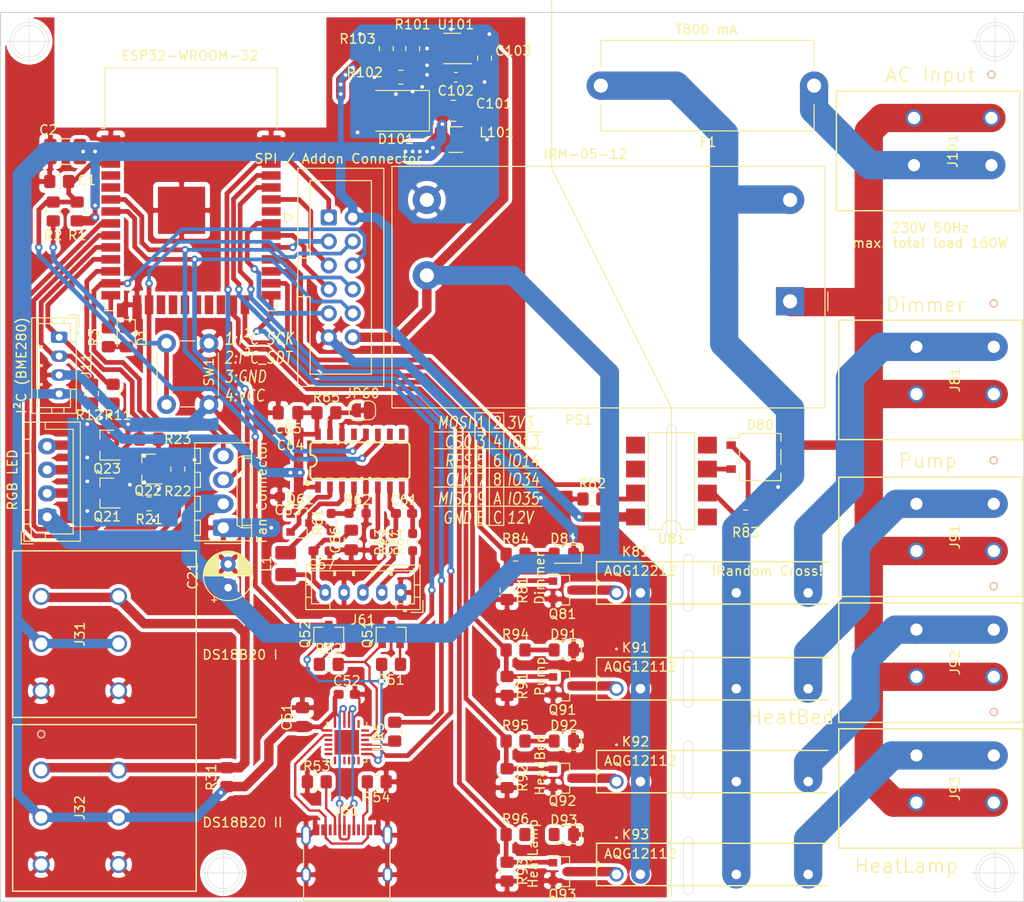
<source format=kicad_pcb>
(kicad_pcb (version 20171130) (host pcbnew 5.1.9)
  (layers (0 F.Cu signal hide) (31 B.Cu signal hide) (34 B.Paste user) (35 F.Paste user) (36 B.SilkS user) (37 F.SilkS user) (38 B.Mask user) (39 F.Mask user) (44 Edge.Cuts user))
  (net 0 "")
  (net 1 GND)
  (net 2 EN)
  (net 3 +12V)
  (net 4 +3V3)
  (net 5 "Net-(D1-Pad2)")
  (net 6 SPI_MOSI)
  (net 7 SPI_RES)
  (net 8 SPI_CLK)
  (net 9 SPI_MISO)
  (net 10 IO0)
  (net 11 TXD)
  (net 12 RXD)
  (net 13 SPI_CS0)
  (net 14 "Net-(C102-Pad2)")
  (net 15 "Net-(C102-Pad1)")
  (net 16 "Net-(D81-Pad2)")
  (net 17 "Net-(J21-Pad4)")
  (net 18 "Net-(J21-Pad3)")
  (net 19 "Net-(J21-Pad2)")
  (net 20 "Net-(J51-PadA5)")
  (net 21 "Net-(J51-PadB5)")
  (net 22 "Net-(K81-Pad-)")
  (net 23 "Net-(K91-Pad-)")
  (net 24 "Net-(K92-Pad-)")
  (net 25 "Net-(K93-Pad-)")
  (net 26 "Net-(Q51-Pad2)")
  (net 27 "Net-(Q52-Pad2)")
  (net 28 "Net-(R3-Pad1)")
  (net 29 "Net-(R83-Pad2)")
  (net 30 "Net-(R101-Pad2)")
  (net 31 "Net-(R101-Pad1)")
  (net 32 /I2C_SDI)
  (net 33 /I2C_SCK)
  (net 34 /Green_out)
  (net 35 /Blue_out)
  (net 36 /Red_out)
  (net 37 /DS_in)
  (net 38 /Dimmer_out)
  (net 39 /ZX_in)
  (net 40 /Reset_switch)
  (net 41 /L')
  (net 42 /N)
  (net 43 /L)
  (net 44 /L_Dimmer)
  (net 45 /L_Relay1)
  (net 46 /L_Relay2)
  (net 47 /L_Relay3)
  (net 48 /Relay1_out)
  (net 49 /Relay2_out)
  (net 50 /Relay3_out)
  (net 51 /DTR)
  (net 52 /RTS)
  (net 53 /TXD')
  (net 54 /VBUS)
  (net 55 /D-)
  (net 56 /D+)
  (net 57 "Net-(D80-Pad2)")
  (net 58 "Net-(D80-Pad1)")
  (net 59 "Net-(D91-Pad2)")
  (net 60 "Net-(D92-Pad2)")
  (net 61 "Net-(D93-Pad2)")
  (net 62 "Net-(C61-Pad2)")
  (net 63 "Net-(C61-Pad1)")
  (net 64 "Net-(C62-Pad1)")
  (net 65 /E+)
  (net 66 FAN_PWM)
  (net 67 FAN_SIG)
  (net 68 /A-)
  (net 69 /A+)
  (net 70 HX_CLK)
  (net 71 "Net-(JP60-Pad1)")
  (net 72 "Net-(Q61-Pad2)")
  (net 73 "Net-(R61-Pad2)")
  (net 74 HX_DATA)
  (net 75 /AVDD)
  (module Resistor_SMD:R_0805_2012Metric_Pad1.20x1.40mm_HandSolder (layer F.Cu) (at 26.924 53.594 90)
    (fp_text reference R12 (at -2.286 -0.254 180) (layer F.SilkS))
    (fp_text value 4k7)
    (pad 2 smd roundrect (at 1 0 90) (size 1.2 1.4) (layers F.Cu F.Paste F.Mask) (roundrect_rratio 0.208333) (net 32 /I2C_SDI))
    (pad 1 smd roundrect (at -1 0 90) (size 1.2 1.4) (layers F.Cu F.Paste F.Mask) (roundrect_rratio 0.208333) (net 4 +3V3))
  )
  (module Resistor_SMD:R_0805_2012Metric_Pad1.20x1.40mm_HandSolder (layer F.Cu) (at 29.21 53.61 90)
    (fp_text reference R11 (at -2.27 0.508 180) (layer F.SilkS))
    (fp_text value 4k7)
    (pad 2 smd roundrect (at 1 0 90) (size 1.2 1.4) (layers F.Cu F.Paste F.Mask) (roundrect_rratio 0.208333) (net 33 /I2C_SCK))
    (pad 1 smd roundrect (at -1 0 90) (size 1.2 1.4) (layers F.Cu F.Paste F.Mask) (roundrect_rratio 0.208333) (net 4 +3V3))
  )
  (module Resistor_SMD:R_0603_1608Metric_Pad0.98x0.95mm_HandSolder (layer F.Cu) (at 60.96 69.342 90)
    (fp_text reference R64 (at 0 -1.43 90) (layer F.SilkS))
    (fp_text value 100R)
    (pad 2 smd roundrect (at 0.9125 0 90) (size 0.975 0.95) (layers F.Cu F.Paste F.Mask) (net 62 "Net-(C61-Pad2)"))
    (pad 1 smd roundrect (at -0.9125 0 90) (size 0.975 0.95) (layers F.Cu F.Paste F.Mask) (net 69 /A+))
  )
  (module Resistor_SMD:R_0603_1608Metric_Pad0.98x0.95mm_HandSolder (layer F.Cu) (at 58.928 69.342 90)
    (fp_text reference R63 (at 0 -1.43 90) (layer F.SilkS))
    (fp_text value 100R)
    (pad 2 smd roundrect (at 0.9125 0 90) (size 0.975 0.95) (layers F.Cu F.Paste F.Mask) (net 63 "Net-(C61-Pad1)"))
    (pad 1 smd roundrect (at -0.9125 0 90) (size 0.975 0.95) (layers F.Cu F.Paste F.Mask) (net 68 /A-))
  )
  (module Resistor_SMD:R_0603_1608Metric_Pad0.98x0.95mm_HandSolder (layer F.Cu) (at 55.118 66.294)
    (fp_text reference R62 (at 0 -1.43) (layer F.SilkS))
    (fp_text value R)
    (pad 2 smd roundrect (at 0.9125 0) (size 0.975 0.95) (layers F.Cu F.Paste F.Mask) (net 1 GND))
    (pad 1 smd roundrect (at -0.9125 0) (size 0.975 0.95) (layers F.Cu F.Paste F.Mask) (net 73 "Net-(R61-Pad2)"))
  )
  (module Resistor_SMD:R_0603_1608Metric_Pad0.98x0.95mm_HandSolder (layer F.Cu) (at 52.324 67.214 90)
    (fp_text reference R61 (at 0 -1.43 90) (layer F.SilkS))
    (fp_text value R)
    (pad 2 smd roundrect (at 0.9125 0 90) (size 0.975 0.95) (layers F.Cu F.Paste F.Mask) (net 73 "Net-(R61-Pad2)"))
    (pad 1 smd roundrect (at -0.9125 0 90) (size 0.975 0.95) (layers F.Cu F.Paste F.Mask) (net 75 /AVDD))
  )
  (module footprints:SO16 (layer F.Cu) (at 55.372 60.706)
    (fp_text reference U61 (at -6.0198 0 180) (layer F.SilkS) (effects (font (size 0.48 0.48) (thickness 0.015))))
    (fp_text value HX711)
    (pad 16 smd rect (at -4.445 -2.8) (size 0.6 1.2) (layers F.Cu F.Paste F.Mask) (net 4 +3V3))
    (pad 15 smd rect (at -3.175 -2.8) (size 0.6 1.2) (layers F.Cu F.Paste F.Mask) (net 71 "Net-(JP60-Pad1)"))
    (pad 14 smd rect (at -1.905 -2.8) (size 0.6 1.2) (layers F.Cu F.Paste F.Mask) (net 1 GND))
    (pad 13 smd rect (at -0.635 -2.8) (size 0.6 1.2) (layers F.Cu F.Paste F.Mask))
    (pad 12 smd rect (at 0.635 -2.8) (size 0.6 1.2) (layers F.Cu F.Paste F.Mask) (net 74 HX_DATA))
    (pad 11 smd rect (at 1.905 -2.8) (size 0.6 1.2) (layers F.Cu F.Paste F.Mask) (net 70 HX_CLK))
    (pad 10 smd rect (at 3.175 -2.8) (size 0.6 1.2) (layers F.Cu F.Paste F.Mask))
    (pad 9 smd rect (at 4.445 -2.8) (size 0.6 1.2) (layers F.Cu F.Paste F.Mask))
    (pad 8 smd rect (at 4.445 2.8) (size 0.6 1.2) (layers F.Cu F.Paste F.Mask) (net 62 "Net-(C61-Pad2)"))
    (pad 7 smd rect (at 3.175 2.8) (size 0.6 1.2) (layers F.Cu F.Paste F.Mask) (net 63 "Net-(C61-Pad1)"))
    (pad 6 smd rect (at 1.905 2.8) (size 0.6 1.2) (layers F.Cu F.Paste F.Mask) (net 64 "Net-(C62-Pad1)"))
    (pad 5 smd rect (at 0.635 2.8) (size 0.6 1.2) (layers F.Cu F.Paste F.Mask) (net 1 GND))
    (pad 4 smd rect (at -0.635 2.8) (size 0.6 1.2) (layers F.Cu F.Paste F.Mask) (net 73 "Net-(R61-Pad2)"))
    (pad 3 smd rect (at -1.905 2.8) (size 0.6 1.2) (layers F.Cu F.Paste F.Mask) (net 75 /AVDD))
    (pad 2 smd rect (at -3.175 2.8) (size 0.6 1.2) (layers F.Cu F.Paste F.Mask) (net 72 "Net-(Q61-Pad2)"))
    (pad 1 smd rect (at -4.445 2.8) (size 0.6 1.2) (layers F.Cu F.Paste F.Mask) (net 4 +3V3))
  )
  (module Resistor_SMD:R_0805_2012Metric_Pad1.20x1.40mm_HandSolder (layer F.Cu) (at 51.816 55.626)
    (fp_text reference R65 (at 0 -1.65) (layer F.SilkS))
    (fp_text value 10k)
    (pad 2 smd roundrect (at 1 0) (size 1.2 1.4) (layers F.Cu F.Paste F.Mask) (roundrect_rratio 0.208333) (net 71 "Net-(JP60-Pad1)"))
    (pad 1 smd roundrect (at -1 0) (size 1.2 1.4) (layers F.Cu F.Paste F.Mask) (roundrect_rratio 0.208333) (net 4 +3V3))
  )
  (module Package_TO_SOT_SMD:SOT-23 (layer F.Cu) (at 49.022 67.314)
    (fp_text reference Q61 (at 0 -2.5) (layer F.SilkS))
    (fp_text value S8550)
    (pad 3 smd rect (at 1 0) (size 0.9 0.8) (layers F.Cu F.Paste F.Mask) (net 75 /AVDD))
    (pad 2 smd rect (at -1 0.95) (size 0.9 0.8) (layers F.Cu F.Paste F.Mask) (net 72 "Net-(Q61-Pad2)"))
    (pad 1 smd rect (at -1 -0.95) (size 0.9 0.8) (layers F.Cu F.Paste F.Mask) (net 4 +3V3))
  )
  (module Inductor_SMD:L_1008_2520Metric_Pad1.43x2.20mm_HandSolder (layer F.Cu) (at 47.498 71.628 90)
    (fp_text reference L1 (at 0 -2.05 90) (layer F.SilkS))
    (fp_text value 3.3µH)
    (pad 2 smd roundrect (at 1.1625 0 90) (size 1.425 2.2) (layers F.Cu F.Paste F.Mask) (roundrect_rratio 0.175439) (net 75 /AVDD))
    (pad 1 smd roundrect (at -1.1625 0 90) (size 1.425 2.2) (layers F.Cu F.Paste F.Mask) (roundrect_rratio 0.175439) (net 65 /E+))
  )
  (module Jumper:SolderJumper-2_P1.3mm_Bridged_RoundedPad1.0x1.5mm (layer F.Cu) (at 55.626 55.372)
    (fp_text reference JP60 (at 0 -1.8) (layer F.SilkS))
    (fp_text value Jumper)
    (fp_poly (pts (xy 0.25 -0.3) (xy -0.25 -0.3) (xy -0.25 0.3) (xy 0.25 0.3)) (layer F.Cu) (width 0))
    (pad 1 smd custom (at -0.65 0) (size 1 0.5) (layers F.Cu F.Mask) (net 71 "Net-(JP60-Pad1)") (options (clearance outline) (anchor rect)) (primitives (gr_circle (center 0 0.25) (end 0.5 0.25) (width 0)) (gr_circle (center 0 -0.25) (end 0.5 -0.25) (width 0)) (gr_poly (pts (xy 0 -0.75) (xy 0.5 -0.75) (xy 0.5 0.75) (xy 0 0.75)) (width 0))))
    (pad 2 smd custom (at 0.65 0) (size 1 0.5) (layers F.Cu F.Mask) (net 1 GND) (options (clearance outline) (anchor rect)) (primitives (gr_circle (center 0 0.25) (end 0.5 0.25) (width 0)) (gr_circle (center 0 -0.25) (end 0.5 -0.25) (width 0)) (gr_poly (pts (xy 0 -0.75) (xy -0.5 -0.75) (xy -0.5 0.75) (xy 0 0.75)) (width 0))))
  )
  (module Connector_JST:JST_PH_B5B-PH-K_1x05_P2.00mm_Vertical (layer F.Cu) (at 59.69 74.676 180)
    (fp_text reference J61 (at 4 -2.9) (layer F.SilkS))
    (fp_text value "Load Cell Connector")
    (pad 5 thru_hole oval (at 8 0 180) (size 1.2 1.75) (drill 0.75) (layers *.Cu *.Mask) (net 65 /E+))
    (pad 4 thru_hole oval (at 6 0 180) (size 1.2 1.75) (drill 0.75) (layers *.Cu *.Mask) (net 1 GND))
    (pad 3 thru_hole oval (at 4 0 180) (size 1.2 1.75) (drill 0.75) (layers *.Cu *.Mask) (net 68 /A-))
    (pad 2 thru_hole oval (at 2 0 180) (size 1.2 1.75) (drill 0.75) (layers *.Cu *.Mask) (net 69 /A+))
    (pad 1 thru_hole roundrect (at 0 0 180) (size 1.2 1.75) (drill 0.75) (layers *.Cu *.Mask) (roundrect_rratio 0.208333) (net 1 GND))
  )
  (module Connector_Molex:Molex_KK-254_AE-6410-04A_1x04_P2.54mm_Vertical (layer F.Cu) (at 40.894 67.818 90)
    (fp_text reference J40 hide)
    (fp_text value "Fan Connector" (at 3.81 4.08 90) (layer F.SilkS))
    (pad 4 thru_hole oval (at 7.62 0 90) (size 1.74 2.19) (drill 1.19) (layers *.Cu *.Mask) (net 66 FAN_PWM))
    (pad 3 thru_hole oval (at 5.08 0 90) (size 1.74 2.19) (drill 1.19) (layers *.Cu *.Mask) (net 67 FAN_SIG))
    (pad 2 thru_hole oval (at 2.54 0 90) (size 1.74 2.19) (drill 1.19) (layers *.Cu *.Mask) (net 3 +12V))
    (pad 1 thru_hole roundrect (at 0 0 90) (size 1.74 2.19) (drill 1.19) (layers *.Cu *.Mask) (roundrect_rratio 0.143678) (net 1 GND))
  )
  (module Capacitor_SMD:C_0603_1608Metric_Pad1.08x0.95mm_HandSolder (layer F.Cu) (at 51.308 70.262 180)
    (fp_text reference C67 (at 0 -1.43) (layer F.SilkS))
    (fp_text value 100nF)
    (pad 2 smd roundrect (at 0.8625 0 180) (size 1.075 0.95) (layers F.Cu F.Paste F.Mask) (net 65 /E+))
    (pad 1 smd roundrect (at -0.8625 0 180) (size 1.075 0.95) (layers F.Cu F.Paste F.Mask) (net 1 GND))
  )
  (module Capacitor_SMD:C_0805_2012Metric_Pad1.18x1.45mm_HandSolder (layer F.Cu) (at 54.448 69.112 90)
    (fp_text reference C66 (at 0 -1.68 90) (layer F.SilkS))
    (fp_text value 10µF)
    (pad 2 smd roundrect (at 1.0375 0 90) (size 1.175 1.45) (layers F.Cu F.Paste F.Mask) (roundrect_rratio 0.212766) (net 65 /E+))
    (pad 1 smd roundrect (at -1.0375 0 90) (size 1.175 1.45) (layers F.Cu F.Paste F.Mask) (roundrect_rratio 0.212766) (net 1 GND))
  )
  (module Capacitor_SMD:C_0805_2012Metric_Pad1.18x1.45mm_HandSolder (layer F.Cu) (at 47.752 55.626 180)
    (fp_text reference C65 (at 0 -1.68) (layer F.SilkS))
    (fp_text value 10µF)
    (pad 2 smd roundrect (at 1.0375 0 180) (size 1.175 1.45) (layers F.Cu F.Paste F.Mask) (roundrect_rratio 0.212766) (net 1 GND))
    (pad 1 smd roundrect (at -1.0375 0 180) (size 1.175 1.45) (layers F.Cu F.Paste F.Mask) (roundrect_rratio 0.212766) (net 4 +3V3))
  )
  (module Capacitor_SMD:C_0603_1608Metric_Pad1.08x0.95mm_HandSolder (layer F.Cu) (at 48.006 57.658 180)
    (fp_text reference C64 (at 0 -1.43) (layer F.SilkS))
    (fp_text value 100nF)
    (pad 2 smd roundrect (at 0.8625 0 180) (size 1.075 0.95) (layers F.Cu F.Paste F.Mask) (net 1 GND))
    (pad 1 smd roundrect (at -0.8625 0 180) (size 1.075 0.95) (layers F.Cu F.Paste F.Mask) (net 4 +3V3))
  )
  (module Capacitor_SMD:C_0603_1608Metric_Pad1.08x0.95mm_HandSolder (layer F.Cu) (at 47.752 64.516 180)
    (fp_text reference C63 (at 0 -1.43) (layer F.SilkS))
    (fp_text value 100nF)
    (pad 2 smd roundrect (at 0.8625 0 180) (size 1.075 0.95) (layers F.Cu F.Paste F.Mask) (net 1 GND))
    (pad 1 smd roundrect (at -0.8625 0 180) (size 1.075 0.95) (layers F.Cu F.Paste F.Mask) (net 4 +3V3))
  )
  (module Capacitor_SMD:C_0603_1608Metric_Pad1.08x0.95mm_HandSolder (layer F.Cu) (at 56.896 69.342 270)
    (fp_text reference C62 (at 0 -1.43 90) (layer F.SilkS))
    (fp_text value 100nF)
    (pad 2 smd roundrect (at 0.8625 0 270) (size 1.075 0.95) (layers F.Cu F.Paste F.Mask) (net 1 GND))
    (pad 1 smd roundrect (at -0.8625 0 270) (size 1.075 0.95) (layers F.Cu F.Paste F.Mask) (net 64 "Net-(C62-Pad1)"))
  )
  (module Capacitor_SMD:C_0603_1608Metric_Pad1.08x0.95mm_HandSolder (layer F.Cu) (at 60.04 66.294)
    (fp_text reference C61 (at 0 -1.43) (layer F.SilkS))
    (fp_text value 100nF)
    (pad 2 smd roundrect (at 0.8625 0) (size 1.075 0.95) (layers F.Cu F.Paste F.Mask) (net 62 "Net-(C61-Pad2)"))
    (pad 1 smd roundrect (at -0.8625 0) (size 1.075 0.95) (layers F.Cu F.Paste F.Mask) (net 63 "Net-(C61-Pad1)"))
  )
  (module Resistor_SMD:R_0805_2012Metric_Pad1.20x1.40mm_HandSolder (layer F.Cu) (at 68.58 18.034 270)
    (fp_text reference C103 (at -0.762 -3.048 180) (layer F.SilkS))
    (fp_text value 10µF)
    (pad 2 smd roundrect (at 1 0 270) (size 1.2 1.4) (layers F.Cu F.Paste F.Mask) (roundrect_rratio 0.208333) (net 1 GND))
    (pad 1 smd roundrect (at -1 0 270) (size 1.2 1.4) (layers F.Cu F.Paste F.Mask) (roundrect_rratio 0.208333) (net 3 +12V))
  )
  (module Capacitor_SMD:C_0603_1608Metric_Pad1.08x0.95mm_HandSolder (layer F.Cu) (at 65.532 20.066 180)
    (fp_text reference C102 (at 0 -1.43) (layer F.SilkS))
    (fp_text value 22nF)
    (pad 2 smd roundrect (at 0.8625 0 180) (size 1.075 0.95) (layers F.Cu F.Paste F.Mask) (net 14 "Net-(C102-Pad2)"))
    (pad 1 smd roundrect (at -0.8625 0 180) (size 1.075 0.95) (layers F.Cu F.Paste F.Mask) (net 15 "Net-(C102-Pad1)"))
  )
  (module Resistor_SMD:R_0805_2012Metric_Pad1.20x1.40mm_HandSolder (layer F.Cu) (at 60.96 17.018 90)
    (fp_text reference R101 (at 2.54 0 180) (layer F.SilkS))
    (fp_text value 18k±1%)
    (pad 2 smd roundrect (at 1 0 90) (size 1.2 1.4) (layers F.Cu F.Paste F.Mask) (roundrect_rratio 0.208333) (net 30 "Net-(R101-Pad2)"))
    (pad 1 smd roundrect (at -1 0 90) (size 1.2 1.4) (layers F.Cu F.Paste F.Mask) (roundrect_rratio 0.208333) (net 31 "Net-(R101-Pad1)"))
  )
  (module Resistor_SMD:R_0805_2012Metric_Pad1.20x1.40mm_HandSolder (layer F.Cu) (at 58.166 17.018 90)
    (fp_text reference R103 (at 1.016 -3.048 180) (layer F.SilkS))
    (fp_text value 47k±1%)
    (pad 2 smd roundrect (at 1 0 90) (size 1.2 1.4) (layers F.Cu F.Paste F.Mask) (roundrect_rratio 0.208333) (net 30 "Net-(R101-Pad2)"))
    (pad 1 smd roundrect (at -1 0 90) (size 1.2 1.4) (layers F.Cu F.Paste F.Mask) (roundrect_rratio 0.208333) (net 4 +3V3))
  )
  (module Resistor_SMD:R_0805_2012Metric_Pad1.20x1.40mm_HandSolder (layer F.Cu) (at 59.69 20.066)
    (fp_text reference R102 (at -3.81 -0.508) (layer F.SilkS))
    (fp_text value 226R±1%)
    (pad 2 smd roundrect (at 1 0) (size 1.2 1.4) (layers F.Cu F.Paste F.Mask) (roundrect_rratio 0.208333) (net 31 "Net-(R101-Pad1)"))
    (pad 1 smd roundrect (at -1 0) (size 1.2 1.4) (layers F.Cu F.Paste F.Mask) (roundrect_rratio 0.208333) (net 1 GND))
  )
  (module Capacitor_SMD:C_1210_3225Metric_Pad1.33x2.70mm_HandSolder (layer F.Cu) (at 65.532 26.67)
    (fp_text reference C101 (at 4.064 -3.81) (layer F.SilkS))
    (fp_text value 22µF)
    (pad 2 smd roundrect (at 1.5625 0) (size 1.325 2.7) (layers F.Cu F.Paste F.Mask) (roundrect_rratio 0.188679) (net 1 GND))
    (pad 1 smd roundrect (at -1.5625 0) (size 1.325 2.7) (layers F.Cu F.Paste F.Mask) (roundrect_rratio 0.188679) (net 4 +3V3))
  )
  (module Package_TO_SOT_SMD:SOT-23-6_Handsoldering (layer F.Cu) (at 65.151 17.018 180)
    (fp_text reference U101 (at -0.381 2.54) (layer F.SilkS))
    (fp_text value ACT4088)
    (pad 5 smd rect (at 1.35 0 180) (size 1.56 0.65) (layers F.Cu F.Paste F.Mask) (net 1 GND))
    (pad 6 smd rect (at 1.35 -0.95 180) (size 1.56 0.65) (layers F.Cu F.Paste F.Mask) (net 14 "Net-(C102-Pad2)"))
    (pad 4 smd rect (at 1.35 0.95 180) (size 1.56 0.65) (layers F.Cu F.Paste F.Mask) (net 30 "Net-(R101-Pad2)"))
    (pad 3 smd rect (at -1.35 0.95 180) (size 1.56 0.65) (layers F.Cu F.Paste F.Mask))
    (pad 2 smd rect (at -1.35 0 180) (size 1.56 0.65) (layers F.Cu F.Paste F.Mask) (net 3 +12V))
    (pad 1 smd rect (at -1.35 -0.95 180) (size 1.56 0.65) (layers F.Cu F.Paste F.Mask) (net 15 "Net-(C102-Pad1)"))
  )
  (module Inductor_SMD:L_1008_2520Metric_Pad1.43x2.20mm_HandSolder (layer F.Cu) (at 65.278 23.622 180)
    (fp_text reference L101 (at -4.572 -2.286) (layer F.SilkS))
    (fp_text value 4.7µH)
    (pad 2 smd roundrect (at 1.1625 0 180) (size 1.425 2.2) (layers F.Cu F.Paste F.Mask) (roundrect_rratio 0.175439) (net 4 +3V3))
    (pad 1 smd roundrect (at -1.1625 0 180) (size 1.425 2.2) (layers F.Cu F.Paste F.Mask) (roundrect_rratio 0.175439) (net 15 "Net-(C102-Pad1)"))
  )
  (module Resistor_SMD:R_0805_2012Metric_Pad1.20x1.40mm_HandSolder (layer F.Cu) (at 71.866 100.33)
    (fp_text reference R96 (at 0 -1.65) (layer F.SilkS))
    (fp_text value 470R)
    (pad 2 smd roundrect (at 1 0) (size 1.2 1.4) (layers F.Cu F.Paste F.Mask) (roundrect_rratio 0.208333) (net 61 "Net-(D93-Pad2)"))
    (pad 1 smd roundrect (at -1 0) (size 1.2 1.4) (layers F.Cu F.Paste F.Mask) (roundrect_rratio 0.208333) (net 50 /Relay3_out))
  )
  (module Resistor_SMD:R_0805_2012Metric_Pad1.20x1.40mm_HandSolder (layer F.Cu) (at 71.866 90.424)
    (fp_text reference R95 (at 0 -1.65) (layer F.SilkS))
    (fp_text value 470R)
    (pad 2 smd roundrect (at 1 0) (size 1.2 1.4) (layers F.Cu F.Paste F.Mask) (roundrect_rratio 0.208333) (net 60 "Net-(D92-Pad2)"))
    (pad 1 smd roundrect (at -1 0) (size 1.2 1.4) (layers F.Cu F.Paste F.Mask) (roundrect_rratio 0.208333) (net 49 /Relay2_out))
  )
  (module Resistor_SMD:R_0805_2012Metric_Pad1.20x1.40mm_HandSolder (layer F.Cu) (at 71.866 80.772)
    (fp_text reference R94 (at 0 -1.65) (layer F.SilkS))
    (fp_text value 470R)
    (pad 2 smd roundrect (at 1 0) (size 1.2 1.4) (layers F.Cu F.Paste F.Mask) (roundrect_rratio 0.208333) (net 59 "Net-(D91-Pad2)"))
    (pad 1 smd roundrect (at -1 0) (size 1.2 1.4) (layers F.Cu F.Paste F.Mask) (roundrect_rratio 0.208333) (net 48 /Relay1_out))
  )
  (module Resistor_SMD:R_0805_2012Metric_Pad1.20x1.40mm_HandSolder (layer F.Cu) (at 71.866 70.612)
    (fp_text reference R84 (at 0 -1.65) (layer F.SilkS))
    (fp_text value 470R)
    (pad 2 smd roundrect (at 1 0) (size 1.2 1.4) (layers F.Cu F.Paste F.Mask) (roundrect_rratio 0.208333) (net 16 "Net-(D81-Pad2)"))
    (pad 1 smd roundrect (at -1 0) (size 1.2 1.4) (layers F.Cu F.Paste F.Mask) (roundrect_rratio 0.208333) (net 38 /Dimmer_out))
  )
  (module LED_SMD:LED_0805_2012Metric_Pad1.15x1.40mm_HandSolder (layer F.Cu) (at 76.985 100.33 180)
    (fp_text reference D93 (at 0 1.524) (layer F.SilkS))
    (fp_text value LED hide)
    (pad 2 smd roundrect (at 1.025 0 180) (size 1.15 1.4) (layers F.Cu F.Paste F.Mask) (roundrect_rratio 0.217391) (net 61 "Net-(D93-Pad2)"))
    (pad 1 smd roundrect (at -1.025 0 180) (size 1.15 1.4) (layers F.Cu F.Paste F.Mask) (roundrect_rratio 0.217391) (net 1 GND))
  )
  (module LED_SMD:LED_0805_2012Metric_Pad1.15x1.40mm_HandSolder (layer F.Cu) (at 76.985 90.424 180)
    (fp_text reference D92 (at 0 1.65) (layer F.SilkS))
    (fp_text value LED hide)
    (pad 2 smd roundrect (at 1.025 0 180) (size 1.15 1.4) (layers F.Cu F.Paste F.Mask) (roundrect_rratio 0.217391) (net 60 "Net-(D92-Pad2)"))
    (pad 1 smd roundrect (at -1.025 0 180) (size 1.15 1.4) (layers F.Cu F.Paste F.Mask) (roundrect_rratio 0.217391) (net 1 GND))
  )
  (module LED_SMD:LED_0805_2012Metric_Pad1.15x1.40mm_HandSolder (layer F.Cu) (at 76.985 80.772 180)
    (fp_text reference D91 (at 0 1.65) (layer F.SilkS))
    (fp_text value LED hide)
    (pad 2 smd roundrect (at 1.025 0 180) (size 1.15 1.4) (layers F.Cu F.Paste F.Mask) (roundrect_rratio 0.217391) (net 59 "Net-(D91-Pad2)"))
    (pad 1 smd roundrect (at -1.025 0 180) (size 1.15 1.4) (layers F.Cu F.Paste F.Mask) (roundrect_rratio 0.217391) (net 1 GND))
  )
  (module LED_SMD:LED_0805_2012Metric_Pad1.15x1.40mm_HandSolder (layer F.Cu) (at 76.985 70.612 180)
    (fp_text reference D81 (at 0 1.65) (layer F.SilkS))
    (fp_text value LED hide)
    (pad 2 smd roundrect (at 1.025 0 180) (size 1.15 1.4) (layers F.Cu F.Paste F.Mask) (roundrect_rratio 0.217391) (net 16 "Net-(D81-Pad2)"))
    (pad 1 smd roundrect (at -1.025 0 180) (size 1.15 1.4) (layers F.Cu F.Paste F.Mask) (roundrect_rratio 0.217391) (net 1 GND))
  )
  (module Connector_IDC:IDC-Header_2x06_P2.54mm_Vertical (layer F.Cu) (at 52.07 34.925)
    (fp_text reference J70 hide)
    (fp_text value "SPI / Addon Connector" (at 1.016 -6.223) (layer F.SilkS))
    (pad 12 thru_hole circle (at 2.54 12.7) (size 1.7 1.7) (drill 1) (layers *.Cu *.Mask) (net 3 +12V))
    (pad 10 thru_hole circle (at 2.54 10.16) (size 1.7 1.7) (drill 1) (layers *.Cu *.Mask) (net 74 HX_DATA))
    (pad 8 thru_hole circle (at 2.54 7.62) (size 1.7 1.7) (drill 1) (layers *.Cu *.Mask) (net 70 HX_CLK))
    (pad 6 thru_hole circle (at 2.54 5.08) (size 1.7 1.7) (drill 1) (layers *.Cu *.Mask) (net 66 FAN_PWM))
    (pad 4 thru_hole circle (at 2.54 2.54) (size 1.7 1.7) (drill 1) (layers *.Cu *.Mask) (net 67 FAN_SIG))
    (pad 2 thru_hole circle (at 2.54 0) (size 1.7 1.7) (drill 1) (layers *.Cu *.Mask) (net 4 +3V3))
    (pad 11 thru_hole circle (at 0 12.7) (size 1.7 1.7) (drill 1) (layers *.Cu *.Mask) (net 1 GND))
    (pad 9 thru_hole circle (at 0 10.16) (size 1.7 1.7) (drill 1) (layers *.Cu *.Mask) (net 9 SPI_MISO))
    (pad 7 thru_hole circle (at 0 7.62) (size 1.7 1.7) (drill 1) (layers *.Cu *.Mask) (net 8 SPI_CLK))
    (pad 5 thru_hole circle (at 0 5.08) (size 1.7 1.7) (drill 1) (layers *.Cu *.Mask) (net 7 SPI_RES))
    (pad 3 thru_hole circle (at 0 2.54) (size 1.7 1.7) (drill 1) (layers *.Cu *.Mask) (net 13 SPI_CS0))
    (pad 1 thru_hole roundrect (at 0 0) (size 1.7 1.7) (drill 1) (layers *.Cu *.Mask) (roundrect_rratio 0.147059) (net 6 SPI_MOSI))
  )
  (module Connector_USB:USB_C_Receptacle_XKB_U262-16XN-4BVC11 (layer F.Cu) (at 53.975 103.505)
    (fp_text reference J51 (at 0 -5.715) (layer F.SilkS))
    (fp_text value USB_C_Receptacle_USB2.0)
    (pad A12 smd rect (at 3.35 -3.67) (size 0.3 1.15) (layers F.Cu F.Paste F.Mask) (net 1 GND))
    (pad A9 smd rect (at 2.55 -3.67) (size 0.3 1.15) (layers F.Cu F.Paste F.Mask) (net 54 /VBUS))
    (pad B9 smd rect (at -2.25 -3.67) (size 0.3 1.15) (layers F.Cu F.Paste F.Mask) (net 54 /VBUS))
    (pad B12 smd rect (at -3.05 -3.67) (size 0.3 1.15) (layers F.Cu F.Paste F.Mask) (net 1 GND))
    (pad A1 smd rect (at -3.35 -3.67) (size 0.3 1.15) (layers F.Cu F.Paste F.Mask) (net 1 GND))
    (pad A4 smd rect (at -2.55 -3.67) (size 0.3 1.15) (layers F.Cu F.Paste F.Mask) (net 54 /VBUS))
    (pad B8 smd rect (at -1.75 -3.67) (size 0.3 1.15) (layers F.Cu F.Paste F.Mask))
    (pad A5 smd rect (at -1.25 -3.67) (size 0.3 1.15) (layers F.Cu F.Paste F.Mask) (net 20 "Net-(J51-PadA5)"))
    (pad B7 smd rect (at -0.75 -3.67) (size 0.3 1.15) (layers F.Cu F.Paste F.Mask) (net 55 /D-))
    (pad A6 smd rect (at -0.25 -3.67) (size 0.3 1.15) (layers F.Cu F.Paste F.Mask) (net 56 /D+))
    (pad A7 smd rect (at 0.25 -3.67) (size 0.3 1.15) (layers F.Cu F.Paste F.Mask) (net 55 /D-))
    (pad B6 smd rect (at 0.75 -3.67) (size 0.3 1.15) (layers F.Cu F.Paste F.Mask) (net 56 /D+))
    (pad A8 smd rect (at 1.25 -3.67) (size 0.3 1.15) (layers F.Cu F.Paste F.Mask))
    (pad B5 smd rect (at 1.75 -3.67) (size 0.3 1.15) (layers F.Cu F.Paste F.Mask) (net 21 "Net-(J51-PadB5)"))
    (pad B4 smd rect (at 2.25 -3.67) (size 0.3 1.15) (layers F.Cu F.Paste F.Mask) (net 54 /VBUS))
    (pad B1 smd rect (at 3.05 -3.67) (size 0.3 1.15) (layers F.Cu F.Paste F.Mask) (net 1 GND))
    (pad "" np_thru_hole circle (at -2.89 -2.605) (size 0.65 0.65) (drill 0.65) (layers *.Cu *.Mask))
    (pad "" np_thru_hole circle (at 2.89 -2.605) (size 0.65 0.65) (drill 0.65) (layers *.Cu *.Mask))
    (pad S1 thru_hole oval (at 4.32 1.075) (size 1 1.6) (drill oval 0.6 1.2) (layers *.Cu *.Mask) (net 1 GND))
    (pad S1 thru_hole oval (at -4.32 1.075) (size 1 1.6) (drill oval 0.6 1.2) (layers *.Cu *.Mask) (net 1 GND))
    (pad S1 thru_hole oval (at 4.32 -3.105) (size 1 2.1) (drill oval 0.6 1.7) (layers *.Cu *.Mask) (net 1 GND))
    (pad S1 thru_hole oval (at -4.32 -3.105) (size 1 2.1) (drill oval 0.6 1.7) (layers *.Cu *.Mask) (net 1 GND))
  )
  (module RF_Module:ESP32-WROOM-32 (layer F.Cu) (at 37.465 34.925)
    (fp_text reference U1 hide)
    (fp_text value ESP32-WROOM-32 (at -0.127 -17.145) (layer F.SilkS))
    (pad 38 smd rect (at 8.5 -8.255) (size 2 0.9) (layers F.Cu F.Paste F.Mask) (net 1 GND))
    (pad 37 smd rect (at 8.5 -6.985) (size 2 0.9) (layers F.Cu F.Paste F.Mask) (net 6 SPI_MOSI))
    (pad 36 smd rect (at 8.5 -5.715) (size 2 0.9) (layers F.Cu F.Paste F.Mask) (net 37 /DS_in))
    (pad 35 smd rect (at 8.5 -4.445) (size 2 0.9) (layers F.Cu F.Paste F.Mask) (net 53 /TXD'))
    (pad 34 smd rect (at 8.5 -3.175) (size 2 0.9) (layers F.Cu F.Paste F.Mask) (net 12 RXD))
    (pad 33 smd rect (at 8.5 -1.905) (size 2 0.9) (layers F.Cu F.Paste F.Mask) (net 7 SPI_RES))
    (pad 32 smd rect (at 8.5 -0.635) (size 2 0.9) (layers F.Cu F.Paste F.Mask))
    (pad 31 smd rect (at 8.5 0.635) (size 2 0.9) (layers F.Cu F.Paste F.Mask) (net 9 SPI_MISO))
    (pad 30 smd rect (at 8.5 1.905) (size 2 0.9) (layers F.Cu F.Paste F.Mask) (net 8 SPI_CLK))
    (pad 29 smd rect (at 8.5 3.175) (size 2 0.9) (layers F.Cu F.Paste F.Mask) (net 13 SPI_CS0))
    (pad 28 smd rect (at 8.5 4.445) (size 2 0.9) (layers F.Cu F.Paste F.Mask) (net 39 /ZX_in))
    (pad 27 smd rect (at 8.5 5.715) (size 2 0.9) (layers F.Cu F.Paste F.Mask) (net 38 /Dimmer_out))
    (pad 26 smd rect (at 8.5 6.985) (size 2 0.9) (layers F.Cu F.Paste F.Mask) (net 48 /Relay1_out))
    (pad 25 smd rect (at 8.5 8.255) (size 2 0.9) (layers F.Cu F.Paste F.Mask) (net 10 IO0))
    (pad 24 smd rect (at 5.715 9.255 90) (size 2 0.9) (layers F.Cu F.Paste F.Mask) (net 49 /Relay2_out))
    (pad 23 smd rect (at 4.445 9.255 90) (size 2 0.9) (layers F.Cu F.Paste F.Mask) (net 50 /Relay3_out))
    (pad 22 smd rect (at 3.175 9.255 90) (size 2 0.9) (layers F.Cu F.Paste F.Mask))
    (pad 21 smd rect (at 1.905 9.255 90) (size 2 0.9) (layers F.Cu F.Paste F.Mask))
    (pad 20 smd rect (at 0.635 9.255 90) (size 2 0.9) (layers F.Cu F.Paste F.Mask))
    (pad 19 smd rect (at -0.635 9.255 90) (size 2 0.9) (layers F.Cu F.Paste F.Mask))
    (pad 18 smd rect (at -1.905 9.255 90) (size 2 0.9) (layers F.Cu F.Paste F.Mask))
    (pad 17 smd rect (at -3.175 9.255 90) (size 2 0.9) (layers F.Cu F.Paste F.Mask))
    (pad 16 smd rect (at -4.445 9.255 90) (size 2 0.9) (layers F.Cu F.Paste F.Mask) (net 67 FAN_SIG))
    (pad 15 smd rect (at -5.715 9.255 90) (size 2 0.9) (layers F.Cu F.Paste F.Mask) (net 1 GND))
    (pad 14 smd rect (at -8.5 8.255) (size 2 0.9) (layers F.Cu F.Paste F.Mask) (net 28 "Net-(R3-Pad1)"))
    (pad 13 smd rect (at -8.5 6.985) (size 2 0.9) (layers F.Cu F.Paste F.Mask) (net 66 FAN_PWM))
    (pad 12 smd rect (at -8.5 5.715) (size 2 0.9) (layers F.Cu F.Paste F.Mask) (net 35 /Blue_out))
    (pad 11 smd rect (at -8.5 4.445) (size 2 0.9) (layers F.Cu F.Paste F.Mask) (net 33 /I2C_SCK))
    (pad 10 smd rect (at -8.5 3.175) (size 2 0.9) (layers F.Cu F.Paste F.Mask) (net 32 /I2C_SDI))
    (pad 9 smd rect (at -8.5 1.905) (size 2 0.9) (layers F.Cu F.Paste F.Mask) (net 34 /Green_out))
    (pad 8 smd rect (at -8.5 0.635) (size 2 0.9) (layers F.Cu F.Paste F.Mask) (net 36 /Red_out))
    (pad 7 smd rect (at -8.5 -0.635) (size 2 0.9) (layers F.Cu F.Paste F.Mask) (net 74 HX_DATA))
    (pad 6 smd rect (at -8.5 -1.905) (size 2 0.9) (layers F.Cu F.Paste F.Mask) (net 70 HX_CLK))
    (pad 5 smd rect (at -8.5 -3.175) (size 2 0.9) (layers F.Cu F.Paste F.Mask))
    (pad 4 smd rect (at -8.5 -4.445) (size 2 0.9) (layers F.Cu F.Paste F.Mask))
    (pad 3 smd rect (at -8.5 -5.715) (size 2 0.9) (layers F.Cu F.Paste F.Mask) (net 2 EN))
    (pad 2 smd rect (at -8.5 -6.985) (size 2 0.9) (layers F.Cu F.Paste F.Mask) (net 4 +3V3))
    (pad 1 smd rect (at -8.5 -8.255) (size 2 0.9) (layers F.Cu F.Paste F.Mask) (net 1 GND))
    (pad 39 smd rect (at -1 -0.755) (size 5 5) (layers F.Cu F.Paste F.Mask) (net 1 GND))
  )
  (module Connector_JST:JST_PH_B4B-PH-K_1x04_P2.00mm_Vertical (layer F.Cu) (at 23.495 47.625 270)
    (fp_text reference J11 (at 3 -2.9 90) (layer F.SilkS))
    (fp_text value "I²C (BME280)" (at 3 4 90) (layer F.SilkS))
    (pad 4 thru_hole oval (at 6 0 270) (size 1.2 1.75) (drill 0.75) (layers *.Cu *.Mask) (net 4 +3V3))
    (pad 3 thru_hole oval (at 4 0 270) (size 1.2 1.75) (drill 0.75) (layers *.Cu *.Mask) (net 1 GND))
    (pad 2 thru_hole oval (at 2 0 270) (size 1.2 1.75) (drill 0.75) (layers *.Cu *.Mask) (net 32 /I2C_SDI))
    (pad 1 thru_hole roundrect (at 0 0 270) (size 1.2 1.75) (drill 0.75) (layers *.Cu *.Mask) (roundrect_rratio 0.208333) (net 33 /I2C_SCK))
  )
  (module footprints:2604-1102 (layer F.Cu) (at 122.555 48.641 270)
    (fp_text reference J81 (at 3.499998 4.099999 90) (layer F.SilkS))
    (fp_text value Dimmer (at -4.445 7.239 180) (layer F.SilkS) (effects (font (size 1.5 1.5))))
    (fp_text user * (at 0 0 90) (layer F.SilkS))
    (pad 4 thru_hole circle (at 5 8.199999 270) (size 1.8034 1.8034) (drill 1.2954) (layers *.Cu *.Mask) (net 42 /N))
    (pad 2 thru_hole circle (at 0 8.199999 270) (size 1.8034 1.8034) (drill 1.2954) (layers *.Cu *.Mask) (net 44 /L_Dimmer))
    (pad 3 thru_hole circle (at 5 0 270) (size 1.8034 1.8034) (drill 1.2954) (layers *.Cu *.Mask) (net 42 /N))
    (pad 1 thru_hole circle (at 0 0 270) (size 1.8034 1.8034) (drill 1.2954) (layers *.Cu *.Mask) (net 44 /L_Dimmer))
  )
  (module footprints:2604-1102 (layer F.Cu) (at 122.301 24.384 270)
    (fp_text reference J101 (at 3.499998 4.099999 90) (layer F.SilkS))
    (fp_text value "AC Input" (at -4.572 6.477 180) (layer F.SilkS) (effects (font (size 1.5 1.5))))
    (fp_text user * (at 0 0 90) (layer F.SilkS))
    (pad 4 thru_hole circle (at 5 8.199999 270) (size 1.8034 1.8034) (drill 1.2954) (layers *.Cu *.Mask) (net 43 /L))
    (pad 2 thru_hole circle (at 0 8.199999 270) (size 1.8034 1.8034) (drill 1.2954) (layers *.Cu *.Mask) (net 42 /N))
    (pad 3 thru_hole circle (at 5 0 270) (size 1.8034 1.8034) (drill 1.2954) (layers *.Cu *.Mask) (net 43 /L))
    (pad 1 thru_hole circle (at 0 0 270) (size 1.8034 1.8034) (drill 1.2954) (layers *.Cu *.Mask) (net 42 /N))
  )
  (module footprints:2604-1102 (layer F.Cu) (at 122.555 78.613 270)
    (fp_text reference J92 (at 3.499998 4.099999 90) (layer F.SilkS))
    (fp_text value HeatBed (at 9.271 21.463 180) (layer F.SilkS) (effects (font (size 1.5 1.5))))
    (fp_text user * (at 0 0 90) (layer F.SilkS))
    (pad 4 thru_hole circle (at 5 8.199999 270) (size 1.8034 1.8034) (drill 1.2954) (layers *.Cu *.Mask) (net 42 /N))
    (pad 2 thru_hole circle (at 0 8.199999 270) (size 1.8034 1.8034) (drill 1.2954) (layers *.Cu *.Mask) (net 46 /L_Relay2))
    (pad 3 thru_hole circle (at 5 0 270) (size 1.8034 1.8034) (drill 1.2954) (layers *.Cu *.Mask) (net 42 /N))
    (pad 1 thru_hole circle (at 0 0 270) (size 1.8034 1.8034) (drill 1.2954) (layers *.Cu *.Mask) (net 46 /L_Relay2))
  )
  (module footprints:2604-1102 (layer F.Cu) (at 122.555 91.948 270)
    (fp_text reference J93 (at 3.499998 4.099999 90) (layer F.SilkS))
    (fp_text value HeatLamp (at 11.684 9.271 180) (layer F.SilkS) (effects (font (size 1.5 1.5))))
    (fp_text user * (at 0 0 90) (layer F.SilkS))
    (pad 4 thru_hole circle (at 5 8.199999 270) (size 1.8034 1.8034) (drill 1.2954) (layers *.Cu *.Mask) (net 42 /N))
    (pad 2 thru_hole circle (at 0 8.199999 270) (size 1.8034 1.8034) (drill 1.2954) (layers *.Cu *.Mask) (net 47 /L_Relay3))
    (pad 3 thru_hole circle (at 5 0 270) (size 1.8034 1.8034) (drill 1.2954) (layers *.Cu *.Mask) (net 42 /N))
    (pad 1 thru_hole circle (at 0 0 270) (size 1.8034 1.8034) (drill 1.2954) (layers *.Cu *.Mask) (net 47 /L_Relay3))
  )
  (module footprints:2604-1102 (layer F.Cu) (at 122.555 65.278 270)
    (fp_text reference J91 (at 3.499998 4.099999 90) (layer F.SilkS))
    (fp_text value Pump (at -4.572 6.985 180) (layer F.SilkS) (effects (font (size 1.5 1.5))))
    (fp_text user * (at 0 0 90) (layer F.SilkS))
    (pad 4 thru_hole circle (at 5 8.199999 270) (size 1.8034 1.8034) (drill 1.2954) (layers *.Cu *.Mask) (net 42 /N))
    (pad 2 thru_hole circle (at 0 8.199999 270) (size 1.8034 1.8034) (drill 1.2954) (layers *.Cu *.Mask) (net 45 /L_Relay1))
    (pad 3 thru_hole circle (at 5 0 270) (size 1.8034 1.8034) (drill 1.2954) (layers *.Cu *.Mask) (net 42 /N))
    (pad 1 thru_hole circle (at 0 0 270) (size 1.8034 1.8034) (drill 1.2954) (layers *.Cu *.Mask) (net 45 /L_Relay1))
  )
  (module Capacitor_THT:CP_Radial_D5.0mm_P2.50mm (layer F.Cu) (at 41.402 74.168 90)
    (fp_text reference C21 (at 1.25 -3.75 90) (layer F.SilkS))
    (fp_text value "47µF 25V")
    (pad 2 thru_hole circle (at 2.5 0 90) (size 1.6 1.6) (drill 0.8) (layers *.Cu *.Mask) (net 1 GND))
    (pad 1 thru_hole rect (at 0 0 90) (size 1.6 1.6) (drill 0.8) (layers *.Cu *.Mask) (net 3 +12V))
  )
  (module Fuse:Fuseholder_Cylinder-5x20mm_Stelvio-Kontek_PTF78_Horizontal_Open (layer F.Cu) (at 103.505 20.955 180)
    (fp_text reference F1 (at 11.25 -6) (layer F.SilkS))
    (fp_text value "T800 mA " (at 11.049 5.969) (layer F.SilkS))
    (pad 2 thru_hole circle (at 22.6 0 180) (size 3 3) (drill 1.5) (layers *.Cu *.Mask) (net 41 /L'))
    (pad 1 thru_hole circle (at 0 0 180) (size 3 3) (drill 1.5) (layers *.Cu *.Mask) (net 43 /L))
  )
  (module Package_DIP:SMDIP-8_W7.62mm (layer F.Cu) (at 88.392 62.865 180)
    (fp_text reference U81 (at 0 -6.14) (layer F.SilkS))
    (fp_text value 6N138)
    (pad 8 smd rect (at 3.81 -3.81 180) (size 2 1.78) (layers F.Cu F.Paste F.Mask) (net 4 +3V3))
    (pad 4 smd rect (at -3.81 3.81 180) (size 2 1.78) (layers F.Cu F.Paste F.Mask))
    (pad 7 smd rect (at 3.81 -1.27 180) (size 2 1.78) (layers F.Cu F.Paste F.Mask) (net 39 /ZX_in))
    (pad 3 smd rect (at -3.81 1.27 180) (size 2 1.78) (layers F.Cu F.Paste F.Mask) (net 57 "Net-(D80-Pad2)"))
    (pad 6 smd rect (at 3.81 1.27 180) (size 2 1.78) (layers F.Cu F.Paste F.Mask))
    (pad 2 smd rect (at -3.81 -1.27 180) (size 2 1.78) (layers F.Cu F.Paste F.Mask) (net 29 "Net-(R83-Pad2)"))
    (pad 5 smd rect (at 3.81 3.81 180) (size 2 1.78) (layers F.Cu F.Paste F.Mask))
    (pad 1 smd rect (at -3.81 -3.81 180) (size 2 1.78) (layers F.Cu F.Paste F.Mask))
  )
  (module Package_DFN_QFN:QFN-24-1EP_4x4mm_P0.5mm_EP2.6x2.6mm (layer F.Cu) (at 53.975 90.551 270)
    (fp_text reference U2 (at 0 -3.3 90) (layer F.SilkS))
    (fp_text value CP2102)
    (pad 25 smd rect (at 0 0 270) (size 2.6 2.6) (layers F.Cu F.Mask) (net 1 GND))
    (pad 24 smd roundrect (at -1.25 -1.9375 270) (size 0.25 0.825) (layers F.Cu F.Paste F.Mask))
    (pad 23 smd roundrect (at -0.75 -1.9375 270) (size 0.25 0.825) (layers F.Cu F.Paste F.Mask) (net 51 /DTR))
    (pad 22 smd roundrect (at -0.25 -1.9375 270) (size 0.25 0.825) (layers F.Cu F.Paste F.Mask))
    (pad 21 smd roundrect (at 0.25 -1.9375 270) (size 0.25 0.825) (layers F.Cu F.Paste F.Mask) (net 11 TXD))
    (pad 20 smd roundrect (at 0.75 -1.9375 270) (size 0.25 0.825) (layers F.Cu F.Paste F.Mask) (net 12 RXD))
    (pad 19 smd roundrect (at 1.25 -1.9375 270) (size 0.25 0.825) (layers F.Cu F.Paste F.Mask) (net 52 /RTS))
    (pad 18 smd roundrect (at 1.9375 -1.25 270) (size 0.825 0.25) (layers F.Cu F.Paste F.Mask))
    (pad 17 smd roundrect (at 1.9375 -0.75 270) (size 0.825 0.25) (layers F.Cu F.Paste F.Mask))
    (pad 16 smd roundrect (at 1.9375 -0.25 270) (size 0.825 0.25) (layers F.Cu F.Paste F.Mask))
    (pad 15 smd roundrect (at 1.9375 0.25 270) (size 0.825 0.25) (layers F.Cu F.Paste F.Mask))
    (pad 14 smd roundrect (at 1.9375 0.75 270) (size 0.825 0.25) (layers F.Cu F.Paste F.Mask))
    (pad 13 smd roundrect (at 1.9375 1.25 270) (size 0.825 0.25) (layers F.Cu F.Paste F.Mask))
    (pad 12 smd roundrect (at 1.25 1.9375 270) (size 0.25 0.825) (layers F.Cu F.Paste F.Mask))
    (pad 11 smd roundrect (at 0.75 1.9375 270) (size 0.25 0.825) (layers F.Cu F.Paste F.Mask))
    (pad 10 smd roundrect (at 0.25 1.9375 270) (size 0.25 0.825) (layers F.Cu F.Paste F.Mask))
    (pad 9 smd roundrect (at -0.25 1.9375 270) (size 0.25 0.825) (layers F.Cu F.Paste F.Mask))
    (pad 8 smd roundrect (at -0.75 1.9375 270) (size 0.25 0.825) (layers F.Cu F.Paste F.Mask) (net 54 /VBUS))
    (pad 7 smd roundrect (at -1.25 1.9375 270) (size 0.25 0.825) (layers F.Cu F.Paste F.Mask) (net 4 +3V3))
    (pad 6 smd roundrect (at -1.9375 1.25 270) (size 0.825 0.25) (layers F.Cu F.Paste F.Mask) (net 4 +3V3))
    (pad 5 smd roundrect (at -1.9375 0.75 270) (size 0.825 0.25) (layers F.Cu F.Paste F.Mask) (net 4 +3V3))
    (pad 4 smd roundrect (at -1.9375 0.25 270) (size 0.825 0.25) (layers F.Cu F.Paste F.Mask) (net 55 /D-))
    (pad 3 smd roundrect (at -1.9375 -0.25 270) (size 0.825 0.25) (layers F.Cu F.Paste F.Mask) (net 56 /D+))
    (pad 2 smd roundrect (at -1.9375 -0.75 270) (size 0.825 0.25) (layers F.Cu F.Paste F.Mask) (net 1 GND))
    (pad 1 smd roundrect (at -1.9375 -1.25 270) (size 0.825 0.25) (layers F.Cu F.Paste F.Mask))
  )
  (module Button_Switch_THT:SW_PUSH_6mm (layer F.Cu) (at 39.37 48.26 270)
    (fp_text reference SW1 (at 3.048 0 90) (layer F.SilkS))
    (fp_text value SW_Push)
    (pad 1 thru_hole circle (at 6.5 0) (size 2 2) (drill 1.1) (layers *.Cu *.Mask) (net 1 GND))
    (pad 2 thru_hole circle (at 6.5 4.5) (size 2 2) (drill 1.1) (layers *.Cu *.Mask) (net 40 /Reset_switch))
    (pad 1 thru_hole circle (at 0 0) (size 2 2) (drill 1.1) (layers *.Cu *.Mask) (net 1 GND))
    (pad 2 thru_hole circle (at 0 4.5) (size 2 2) (drill 1.1) (layers *.Cu *.Mask) (net 40 /Reset_switch))
  )
  (module Resistor_SMD:R_0805_2012Metric_Pad1.20x1.40mm_HandSolder (layer F.Cu) (at 96.25 66.675 180)
    (fp_text reference R83 (at 0 -1.65) (layer F.SilkS))
    (fp_text value 330kR)
    (pad 2 smd roundrect (at 1 0 180) (size 1.2 1.4) (layers F.Cu F.Paste F.Mask) (roundrect_rratio 0.208333) (net 29 "Net-(R83-Pad2)"))
    (pad 1 smd roundrect (at -1 0 180) (size 1.2 1.4) (layers F.Cu F.Paste F.Mask) (roundrect_rratio 0.208333) (net 58 "Net-(D80-Pad1)"))
  )
  (module Resistor_SMD:R_0805_2012Metric_Pad1.20x1.40mm_HandSolder (layer F.Cu) (at 70.966 104.267 270)
    (fp_text reference R93 (at 0 -1.65 90) (layer F.SilkS))
    (fp_text value 68k)
    (pad 2 smd roundrect (at 1 0 270) (size 1.2 1.4) (layers F.Cu F.Paste F.Mask) (roundrect_rratio 0.208333) (net 1 GND))
    (pad 1 smd roundrect (at -1 0 270) (size 1.2 1.4) (layers F.Cu F.Paste F.Mask) (roundrect_rratio 0.208333) (net 50 /Relay3_out))
  )
  (module Resistor_SMD:R_0805_2012Metric_Pad1.20x1.40mm_HandSolder (layer F.Cu) (at 70.966 94.361 270)
    (fp_text reference R92 (at 0 -1.65 90) (layer F.SilkS))
    (fp_text value 68k)
    (pad 2 smd roundrect (at 1 0 270) (size 1.2 1.4) (layers F.Cu F.Paste F.Mask) (roundrect_rratio 0.208333) (net 1 GND))
    (pad 1 smd roundrect (at -1 0 270) (size 1.2 1.4) (layers F.Cu F.Paste F.Mask) (roundrect_rratio 0.208333) (net 49 /Relay2_out))
  )
  (module Resistor_SMD:R_0805_2012Metric_Pad1.20x1.40mm_HandSolder (layer F.Cu) (at 70.966 84.582 270)
    (fp_text reference R91 (at 0 -1.65 90) (layer F.SilkS))
    (fp_text value 68k)
    (pad 2 smd roundrect (at 1 0 270) (size 1.2 1.4) (layers F.Cu F.Paste F.Mask) (roundrect_rratio 0.208333) (net 1 GND))
    (pad 1 smd roundrect (at -1 0 270) (size 1.2 1.4) (layers F.Cu F.Paste F.Mask) (roundrect_rratio 0.208333) (net 48 /Relay1_out))
  )
  (module Resistor_SMD:R_0805_2012Metric_Pad1.20x1.40mm_HandSolder (layer F.Cu) (at 70.966 74.422 270)
    (fp_text reference R81 (at 0 -1.65 90) (layer F.SilkS))
    (fp_text value 68k)
    (pad 2 smd roundrect (at 1 0 270) (size 1.2 1.4) (layers F.Cu F.Paste F.Mask) (roundrect_rratio 0.208333) (net 1 GND))
    (pad 1 smd roundrect (at -1 0 270) (size 1.2 1.4) (layers F.Cu F.Paste F.Mask) (roundrect_rratio 0.208333) (net 38 /Dimmer_out))
  )
  (module Resistor_SMD:R_0805_2012Metric_Pad1.20x1.40mm_HandSolder (layer F.Cu) (at 80.01 64.77)
    (fp_text reference R82 (at 0 -1.65) (layer F.SilkS))
    (fp_text value 10k)
    (pad 2 smd roundrect (at 1 0) (size 1.2 1.4) (layers F.Cu F.Paste F.Mask) (roundrect_rratio 0.208333) (net 39 /ZX_in))
    (pad 1 smd roundrect (at -1 0) (size 1.2 1.4) (layers F.Cu F.Paste F.Mask) (roundrect_rratio 0.208333) (net 1 GND))
  )
  (module Resistor_SMD:R_0805_2012Metric_Pad1.20x1.40mm_HandSolder (layer F.Cu) (at 52.07 82.296)
    (fp_text reference R52 (at 0 -1.65) (layer F.SilkS))
    (fp_text value 12k)
    (pad 2 smd roundrect (at 1 0) (size 1.2 1.4) (layers F.Cu F.Paste F.Mask) (roundrect_rratio 0.208333) (net 51 /DTR))
    (pad 1 smd roundrect (at -1 0) (size 1.2 1.4) (layers F.Cu F.Paste F.Mask) (roundrect_rratio 0.208333) (net 27 "Net-(Q52-Pad2)"))
  )
  (module Resistor_SMD:R_0805_2012Metric_Pad1.20x1.40mm_HandSolder (layer F.Cu) (at 57.15 94.742 180)
    (fp_text reference R54 (at 0 -1.65) (layer F.SilkS))
    (fp_text value 5k1)
    (pad 2 smd roundrect (at 1 0 180) (size 1.2 1.4) (layers F.Cu F.Paste F.Mask) (roundrect_rratio 0.208333) (net 21 "Net-(J51-PadB5)"))
    (pad 1 smd roundrect (at -1 0 180) (size 1.2 1.4) (layers F.Cu F.Paste F.Mask) (roundrect_rratio 0.208333) (net 1 GND))
  )
  (module Resistor_SMD:R_0805_2012Metric_Pad1.20x1.40mm_HandSolder (layer F.Cu) (at 50.8 94.742)
    (fp_text reference R53 (at 0 -1.65) (layer F.SilkS))
    (fp_text value 5k1)
    (pad 2 smd roundrect (at 1 0) (size 1.2 1.4) (layers F.Cu F.Paste F.Mask) (roundrect_rratio 0.208333) (net 20 "Net-(J51-PadA5)"))
    (pad 1 smd roundrect (at -1 0) (size 1.2 1.4) (layers F.Cu F.Paste F.Mask) (roundrect_rratio 0.208333) (net 1 GND))
  )
  (module Resistor_SMD:R_0805_2012Metric_Pad1.20x1.40mm_HandSolder (layer F.Cu) (at 58.674 82.296 180)
    (fp_text reference R51 (at 0 -1.65) (layer F.SilkS))
    (fp_text value 12k)
    (pad 2 smd roundrect (at 1 0 180) (size 1.2 1.4) (layers F.Cu F.Paste F.Mask) (roundrect_rratio 0.208333) (net 52 /RTS))
    (pad 1 smd roundrect (at -1 0 180) (size 1.2 1.4) (layers F.Cu F.Paste F.Mask) (roundrect_rratio 0.208333) (net 26 "Net-(Q51-Pad2)"))
  )
  (module Resistor_SMD:R_0805_2012Metric_Pad1.20x1.40mm_HandSolder (layer F.Cu) (at 33.02 58.42 180)
    (fp_text reference R23 (at -3.048 0) (layer F.SilkS))
    (fp_text value 68k)
    (pad 2 smd roundrect (at 1 0 180) (size 1.2 1.4) (layers F.Cu F.Paste F.Mask) (roundrect_rratio 0.208333) (net 35 /Blue_out))
    (pad 1 smd roundrect (at -1 0 180) (size 1.2 1.4) (layers F.Cu F.Paste F.Mask) (roundrect_rratio 0.208333) (net 1 GND))
  )
  (module Resistor_SMD:R_0805_2012Metric_Pad1.20x1.40mm_HandSolder (layer F.Cu) (at 36.068 61.595 270)
    (fp_text reference R22 (at 2.361712 0 180) (layer F.SilkS))
    (fp_text value 68k)
    (pad 2 smd roundrect (at 1 0 270) (size 1.2 1.4) (layers F.Cu F.Paste F.Mask) (roundrect_rratio 0.208333) (net 36 /Red_out))
    (pad 1 smd roundrect (at -1 0 270) (size 1.2 1.4) (layers F.Cu F.Paste F.Mask) (roundrect_rratio 0.208333) (net 1 GND))
  )
  (module Resistor_SMD:R_0805_2012Metric_Pad1.20x1.40mm_HandSolder (layer F.Cu) (at 33.02 65.278 180)
    (fp_text reference R21 (at 0 -1.65) (layer F.SilkS))
    (fp_text value 68k)
    (pad 2 smd roundrect (at 1 0 180) (size 1.2 1.4) (layers F.Cu F.Paste F.Mask) (roundrect_rratio 0.208333) (net 34 /Green_out))
    (pad 1 smd roundrect (at -1 0 180) (size 1.2 1.4) (layers F.Cu F.Paste F.Mask) (roundrect_rratio 0.208333) (net 1 GND))
  )
  (module Resistor_SMD:R_0805_2012Metric_Pad1.20x1.40mm_HandSolder (layer F.Cu) (at 28.702 47.625 270)
    (fp_text reference R3 (at 0 1.524 90) (layer F.SilkS))
    (fp_text value 470R)
    (pad 2 smd roundrect (at 1 0 270) (size 1.2 1.4) (layers F.Cu F.Paste F.Mask) (roundrect_rratio 0.208333) (net 5 "Net-(D1-Pad2)"))
    (pad 1 smd roundrect (at -1 0 270) (size 1.2 1.4) (layers F.Cu F.Paste F.Mask) (roundrect_rratio 0.208333) (net 28 "Net-(R3-Pad1)"))
  )
  (module Resistor_SMD:R_0805_2012Metric_Pad1.20x1.40mm_HandSolder (layer F.Cu) (at 59.055 89.424 90)
    (fp_text reference R5 (at 0 -1.65 90) (layer F.SilkS))
    (fp_text value 470R)
    (pad 2 smd roundrect (at 1 0 90) (size 1.2 1.4) (layers F.Cu F.Paste F.Mask) (roundrect_rratio 0.208333) (net 53 /TXD'))
    (pad 1 smd roundrect (at -1 0 90) (size 1.2 1.4) (layers F.Cu F.Paste F.Mask) (roundrect_rratio 0.208333) (net 11 TXD))
  )
  (module Resistor_SMD:R_0805_2012Metric_Pad1.20x1.40mm_HandSolder (layer F.Cu) (at 41.275 94.25 90)
    (fp_text reference R31 (at 0 -1.65 90) (layer F.SilkS))
    (fp_text value 4k7)
    (pad 2 smd roundrect (at 1 0 90) (size 1.2 1.4) (layers F.Cu F.Paste F.Mask) (roundrect_rratio 0.208333) (net 37 /DS_in))
    (pad 1 smd roundrect (at -1 0 90) (size 1.2 1.4) (layers F.Cu F.Paste F.Mask) (roundrect_rratio 0.208333) (net 4 +3V3))
  )
  (module Resistor_SMD:R_0805_2012Metric_Pad1.20x1.40mm_HandSolder (layer F.Cu) (at 22.86 34.29 90)
    (fp_text reference R2 (at -2.54 0 180) (layer F.SilkS))
    (fp_text value 470R)
    (pad 2 smd roundrect (at 1 0 90) (size 1.2 1.4) (layers F.Cu F.Paste F.Mask) (roundrect_rratio 0.208333) (net 2 EN))
    (pad 1 smd roundrect (at -1 0 90) (size 1.2 1.4) (layers F.Cu F.Paste F.Mask) (roundrect_rratio 0.208333) (net 40 /Reset_switch))
  )
  (module Resistor_SMD:R_0805_2012Metric_Pad1.20x1.40mm_HandSolder (layer F.Cu) (at 25.4 34.29 270)
    (fp_text reference R1 (at 2.54 0 180) (layer F.SilkS))
    (fp_text value 10k)
    (pad 2 smd roundrect (at 1 0 270) (size 1.2 1.4) (layers F.Cu F.Paste F.Mask) (roundrect_rratio 0.208333) (net 4 +3V3))
    (pad 1 smd roundrect (at -1 0 270) (size 1.2 1.4) (layers F.Cu F.Paste F.Mask) (roundrect_rratio 0.208333) (net 2 EN))
  )
  (module Package_TO_SOT_SMD:SOT-23 (layer F.Cu) (at 76.835 104.267)
    (fp_text reference Q93 (at 0 2.413) (layer F.SilkS))
    (fp_text value AO3400A)
    (pad 3 smd rect (at 1 0) (size 0.9 0.8) (layers F.Cu F.Paste F.Mask) (net 25 "Net-(K93-Pad-)"))
    (pad 2 smd rect (at -1 0.95) (size 0.9 0.8) (layers F.Cu F.Paste F.Mask) (net 1 GND))
    (pad 1 smd rect (at -1 -0.95) (size 0.9 0.8) (layers F.Cu F.Paste F.Mask) (net 50 /Relay3_out))
  )
  (module Package_TO_SOT_SMD:SOT-23 (layer F.Cu) (at 76.835 94.361)
    (fp_text reference Q92 (at 0 2.413) (layer F.SilkS))
    (fp_text value AO3400A)
    (pad 3 smd rect (at 1 0) (size 0.9 0.8) (layers F.Cu F.Paste F.Mask) (net 24 "Net-(K92-Pad-)"))
    (pad 2 smd rect (at -1 0.95) (size 0.9 0.8) (layers F.Cu F.Paste F.Mask) (net 1 GND))
    (pad 1 smd rect (at -1 -0.95) (size 0.9 0.8) (layers F.Cu F.Paste F.Mask) (net 49 /Relay2_out))
  )
  (module Package_TO_SOT_SMD:SOT-23 (layer F.Cu) (at 76.835 84.582)
    (fp_text reference Q91 (at 0 2.54) (layer F.SilkS))
    (fp_text value AO3400A)
    (pad 3 smd rect (at 1 0) (size 0.9 0.8) (layers F.Cu F.Paste F.Mask) (net 23 "Net-(K91-Pad-)"))
    (pad 2 smd rect (at -1 0.95) (size 0.9 0.8) (layers F.Cu F.Paste F.Mask) (net 1 GND))
    (pad 1 smd rect (at -1 -0.95) (size 0.9 0.8) (layers F.Cu F.Paste F.Mask) (net 48 /Relay1_out))
  )
  (module Package_TO_SOT_SMD:SOT-23 (layer F.Cu) (at 76.835 74.422)
    (fp_text reference Q81 (at 0 2.54) (layer F.SilkS))
    (fp_text value AO3400A)
    (pad 3 smd rect (at 1 0) (size 0.9 0.8) (layers F.Cu F.Paste F.Mask) (net 22 "Net-(K81-Pad-)"))
    (pad 2 smd rect (at -1 0.95) (size 0.9 0.8) (layers F.Cu F.Paste F.Mask) (net 1 GND))
    (pad 1 smd rect (at -1 -0.95) (size 0.9 0.8) (layers F.Cu F.Paste F.Mask) (net 38 /Dimmer_out))
  )
  (module Package_TO_SOT_SMD:SOT-23 (layer F.Cu) (at 52.07 79.121 90)
    (fp_text reference Q52 (at 0 -2.5 90) (layer F.SilkS))
    (fp_text value S8050)
    (pad 3 smd rect (at 1 0 90) (size 0.9 0.8) (layers F.Cu F.Paste F.Mask) (net 2 EN))
    (pad 2 smd rect (at -1 0.95 90) (size 0.9 0.8) (layers F.Cu F.Paste F.Mask) (net 27 "Net-(Q52-Pad2)"))
    (pad 1 smd rect (at -1 -0.95 90) (size 0.9 0.8) (layers F.Cu F.Paste F.Mask) (net 52 /RTS))
  )
  (module Package_TO_SOT_SMD:SOT-23 (layer F.Cu) (at 58.674 79.121 90)
    (fp_text reference Q51 (at 0 -2.5 90) (layer F.SilkS))
    (fp_text value S8050)
    (pad 3 smd rect (at 1 0 90) (size 0.9 0.8) (layers F.Cu F.Paste F.Mask) (net 10 IO0))
    (pad 2 smd rect (at -1 0.95 90) (size 0.9 0.8) (layers F.Cu F.Paste F.Mask) (net 26 "Net-(Q51-Pad2)"))
    (pad 1 smd rect (at -1 -0.95 90) (size 0.9 0.8) (layers F.Cu F.Paste F.Mask) (net 51 /DTR))
  )
  (module Package_TO_SOT_SMD:SOT-23 (layer F.Cu) (at 28.575 59.055 180)
    (fp_text reference Q23 (at 0 -2.5) (layer F.SilkS))
    (fp_text value AO3400A)
    (pad 3 smd rect (at 1 0 180) (size 0.9 0.8) (layers F.Cu F.Paste F.Mask) (net 17 "Net-(J21-Pad4)"))
    (pad 2 smd rect (at -1 0.95 180) (size 0.9 0.8) (layers F.Cu F.Paste F.Mask) (net 1 GND))
    (pad 1 smd rect (at -1 -0.95 180) (size 0.9 0.8) (layers F.Cu F.Paste F.Mask) (net 35 /Blue_out))
  )
  (module Package_TO_SOT_SMD:SOT-23 (layer F.Cu) (at 33.02 61.595 180)
    (fp_text reference Q22 (at 0.094771 -2.296257) (layer F.SilkS))
    (fp_text value AO3400A hide)
    (pad 3 smd rect (at 1 0 180) (size 0.9 0.8) (layers F.Cu F.Paste F.Mask) (net 18 "Net-(J21-Pad3)"))
    (pad 2 smd rect (at -1 0.95 180) (size 0.9 0.8) (layers F.Cu F.Paste F.Mask) (net 1 GND))
    (pad 1 smd rect (at -1 -0.95 180) (size 0.9 0.8) (layers F.Cu F.Paste F.Mask) (net 36 /Red_out))
  )
  (module Package_TO_SOT_SMD:SOT-23 (layer F.Cu) (at 28.575 64.135 180)
    (fp_text reference Q21 (at 0 -2.5) (layer F.SilkS))
    (fp_text value AO3400A hide)
    (pad 3 smd rect (at 1 0 180) (size 0.9 0.8) (layers F.Cu F.Paste F.Mask) (net 19 "Net-(J21-Pad2)"))
    (pad 2 smd rect (at -1 0.95 180) (size 0.9 0.8) (layers F.Cu F.Paste F.Mask) (net 1 GND))
    (pad 1 smd rect (at -1 -0.95 180) (size 0.9 0.8) (layers F.Cu F.Paste F.Mask) (net 34 /Green_out))
  )
  (module Converter_ACDC:Converter_ACDC_MeanWell_IRM-05-xx_THT (layer F.Cu) (at 100.965 43.815 180)
    (fp_text reference PS1 (at 22.42 -12.573) (layer F.SilkS))
    (fp_text value IRM-05-12 (at 21.7 15.6) (layer F.SilkS))
    (pad 1 thru_hole rect (at 0 0 180) (size 3 3) (drill 1.5) (layers *.Cu *.Mask) (net 42 /N))
    (pad 4 thru_hole circle (at 38.5 2.75 180) (size 3 3) (drill 1.5) (layers *.Cu *.Mask) (net 3 +12V))
    (pad 2 thru_hole circle (at 0 10.75 180) (size 3 3) (drill 1.5) (layers *.Cu *.Mask) (net 41 /L'))
    (pad 3 thru_hole circle (at 38.5 10.75 180) (size 3 3) (drill 1.5) (layers *.Cu *.Mask) (net 1 GND))
  )
  (module footprints:AQG22224 (layer F.Cu) (at 92.71 103.505 90)
    (fp_text reference K93 (at 3.175 -8.128 180) (layer F.SilkS))
    (fp_text value AQG12112 (at 1.143 -7.62 180) (layer F.SilkS))
    (pad - thru_hole circle (at -1.0541 -10.1473 90) (size 1.524 1.524) (drill 1.016) (layers *.Cu *.Mask) (net 25 "Net-(K93-Pad-)"))
    (pad + thru_hole circle (at -1.0541 -7.6073 90) (size 1.524 1.524) (drill 1.016) (layers *.Cu *.Mask) (net 3 +12V))
    (pad O1 thru_hole circle (at -1.0541 2.5527 90) (size 1.524 1.524) (drill 1.016) (layers *.Cu *.Mask) (net 41 /L'))
    (pad O2 thru_hole circle (at -1.0541 10.1727 90) (size 1.524 1.524) (drill 1.016) (layers *.Cu *.Mask) (net 47 /L_Relay3))
  )
  (module footprints:AQG22224 (layer F.Cu) (at 92.71 93.6625 90)
    (fp_text reference K92 (at 3.175 -8.128 180) (layer F.SilkS))
    (fp_text value AQG12112 (at 1.143 -7.62 180) (layer F.SilkS))
    (pad - thru_hole circle (at -1.0541 -10.1473 90) (size 1.524 1.524) (drill 1.016) (layers *.Cu *.Mask) (net 24 "Net-(K92-Pad-)"))
    (pad + thru_hole circle (at -1.0541 -7.6073 90) (size 1.524 1.524) (drill 1.016) (layers *.Cu *.Mask) (net 3 +12V))
    (pad O1 thru_hole circle (at -1.0541 2.5527 90) (size 1.524 1.524) (drill 1.016) (layers *.Cu *.Mask) (net 41 /L'))
    (pad O2 thru_hole circle (at -1.0541 10.1727 90) (size 1.524 1.524) (drill 1.016) (layers *.Cu *.Mask) (net 46 /L_Relay2))
  )
  (module footprints:AQG22224 (layer F.Cu) (at 92.71 83.82 90)
    (fp_text reference K91 (at 3.302 -8.128 180) (layer F.SilkS))
    (fp_text value AQG12112 (at 1.27 -7.62 180) (layer F.SilkS))
    (pad - thru_hole circle (at -1.0541 -10.1473 90) (size 1.524 1.524) (drill 1.016) (layers *.Cu *.Mask) (net 23 "Net-(K91-Pad-)"))
    (pad + thru_hole circle (at -1.0541 -7.6073 90) (size 1.524 1.524) (drill 1.016) (layers *.Cu *.Mask) (net 3 +12V))
    (pad O1 thru_hole circle (at -1.0541 2.5527 90) (size 1.524 1.524) (drill 1.016) (layers *.Cu *.Mask) (net 41 /L'))
    (pad O2 thru_hole circle (at -1.0541 10.1727 90) (size 1.524 1.524) (drill 1.016) (layers *.Cu *.Mask) (net 45 /L_Relay1))
  )
  (module footprints:AQG22224 (layer F.Cu) (at 92.71 73.66 90)
    (fp_text reference K81 (at 3.302 -8.128 180) (layer F.SilkS))
    (fp_text value AQG12212 (at 1.27 -7.62 180) (layer F.SilkS))
    (pad - thru_hole circle (at -1.0541 -10.1473 90) (size 1.524 1.524) (drill 1.016) (layers *.Cu *.Mask) (net 22 "Net-(K81-Pad-)"))
    (pad + thru_hole circle (at -1.0541 -7.6073 90) (size 1.524 1.524) (drill 1.016) (layers *.Cu *.Mask) (net 3 +12V))
    (pad O1 thru_hole circle (at -1.0541 2.5527 90) (size 1.524 1.524) (drill 1.016) (layers *.Cu *.Mask) (net 41 /L'))
    (pad O2 thru_hole circle (at -1.0541 10.1727 90) (size 1.524 1.524) (drill 1.016) (layers *.Cu *.Mask) (net 44 /L_Dimmer))
  )
  (module footprints:2604-1103 (layer F.Cu) (at 21.59 103.505 90)
    (fp_text reference J32 (at 5.999998 4.099999 90) (layer F.SilkS))
    (fp_text value "DS18B20 II" (at 4.445 21.336 180) (layer F.SilkS))
    (fp_text user * (at 0 0 90) (layer F.SilkS))
    (pad 6 thru_hole circle (at 10 8.199999 90) (size 1.8034 1.8034) (drill 1.2954) (layers *.Cu *.Mask) (net 37 /DS_in))
    (pad 4 thru_hole circle (at 5 8.199999 90) (size 1.8034 1.8034) (drill 1.2954) (layers *.Cu *.Mask) (net 4 +3V3))
    (pad 2 thru_hole circle (at 0 8.199999 90) (size 1.8034 1.8034) (drill 1.2954) (layers *.Cu *.Mask) (net 1 GND))
    (pad 5 thru_hole circle (at 10 0 90) (size 1.8034 1.8034) (drill 1.2954) (layers *.Cu *.Mask) (net 37 /DS_in))
    (pad 3 thru_hole circle (at 5 0 90) (size 1.8034 1.8034) (drill 1.2954) (layers *.Cu *.Mask) (net 4 +3V3))
    (pad 1 thru_hole circle (at 0 0 90) (size 1.8034 1.8034) (drill 1.2954) (layers *.Cu *.Mask) (net 1 GND))
  )
  (module footprints:2604-1103 (layer F.Cu) (at 21.59 85.09 90)
    (fp_text reference J31 (at 5.999998 4.099999 90) (layer F.SilkS))
    (fp_text value "DS18B20 I" (at 3.81 21.082 180) (layer F.SilkS))
    (fp_text user * (at 0 0 90) (layer F.SilkS))
    (pad 6 thru_hole circle (at 10 8.199999 90) (size 1.8034 1.8034) (drill 1.2954) (layers *.Cu *.Mask) (net 37 /DS_in))
    (pad 4 thru_hole circle (at 5 8.199999 90) (size 1.8034 1.8034) (drill 1.2954) (layers *.Cu *.Mask) (net 4 +3V3))
    (pad 2 thru_hole circle (at 0 8.199999 90) (size 1.8034 1.8034) (drill 1.2954) (layers *.Cu *.Mask) (net 1 GND))
    (pad 5 thru_hole circle (at 10 0 90) (size 1.8034 1.8034) (drill 1.2954) (layers *.Cu *.Mask) (net 37 /DS_in))
    (pad 3 thru_hole circle (at 5 0 90) (size 1.8034 1.8034) (drill 1.2954) (layers *.Cu *.Mask) (net 4 +3V3))
    (pad 1 thru_hole circle (at 0 0 90) (size 1.8034 1.8034) (drill 1.2954) (layers *.Cu *.Mask) (net 1 GND))
  )
  (module Connector_JST:JST_XH_B4B-XH-A_1x04_P2.50mm_Vertical (layer F.Cu) (at 22.225 66.675 90)
    (fp_text reference J21 hide)
    (fp_text value "RGB LED" (at 3.937 -3.683 90) (layer F.SilkS))
    (pad 4 thru_hole oval (at 7.5 0 90) (size 1.7 1.95) (drill 0.95) (layers *.Cu *.Mask) (net 17 "Net-(J21-Pad4)"))
    (pad 3 thru_hole oval (at 5 0 90) (size 1.7 1.95) (drill 0.95) (layers *.Cu *.Mask) (net 18 "Net-(J21-Pad3)"))
    (pad 2 thru_hole oval (at 2.5 0 90) (size 1.7 1.95) (drill 0.95) (layers *.Cu *.Mask) (net 19 "Net-(J21-Pad2)"))
    (pad 1 thru_hole roundrect (at 0 0 90) (size 1.7 1.95) (drill 0.95) (layers *.Cu *.Mask) (roundrect_rratio 0.147059) (net 3 +12V))
  )
  (module Package_TO_SOT_SMD:TO-269AA (layer F.Cu) (at 97.79 60.325)
    (fp_text reference D80 (at 0 -3.4) (layer F.SilkS))
    (fp_text value D_Bridge_+-AA)
    (pad 4 smd rect (at 3.075 -1.27) (size 1 0.8) (layers F.Cu F.Paste F.Mask) (net 42 /N))
    (pad 3 smd rect (at 3.075 1.27) (size 1 0.8) (layers F.Cu F.Paste F.Mask) (net 41 /L'))
    (pad 2 smd rect (at -3.075 1.27) (size 1 0.8) (layers F.Cu F.Paste F.Mask) (net 57 "Net-(D80-Pad2)"))
    (pad 1 smd rect (at -3.075 -1.27) (size 1 0.8) (layers F.Cu F.Paste F.Mask) (net 58 "Net-(D80-Pad1)"))
  )
  (module Diode_SMD:D_SMB (layer F.Cu) (at 59.182 23.622 180)
    (fp_text reference D101 (at 0 -3) (layer F.SilkS))
    (fp_text value B240)
    (pad 2 smd rect (at 2.15 0 180) (size 2.5 2.3) (layers F.Cu F.Paste F.Mask) (net 1 GND))
    (pad 1 smd rect (at -2.15 0 180) (size 2.5 2.3) (layers F.Cu F.Paste F.Mask) (net 15 "Net-(C102-Pad1)"))
  )
  (module LED_SMD:LED_0805_2012Metric_Pad1.15x1.40mm_HandSolder (layer F.Cu) (at 30.607 47.625 270)
    (fp_text reference D1 (at 0 -1.65 90) (layer F.SilkS))
    (fp_text value LED hide)
    (pad 2 smd roundrect (at 1.025 0 270) (size 1.15 1.4) (layers F.Cu F.Paste F.Mask) (roundrect_rratio 0.217391) (net 5 "Net-(D1-Pad2)"))
    (pad 1 smd roundrect (at -1.025 0 270) (size 1.15 1.4) (layers F.Cu F.Paste F.Mask) (roundrect_rratio 0.217391) (net 1 GND))
  )
  (module Capacitor_SMD:C_0603_1608Metric_Pad1.08x0.95mm_HandSolder (layer F.Cu) (at 53.975 85.471)
    (fp_text reference C52 (at 0 -1.43) (layer F.SilkS))
    (fp_text value 100nF)
    (pad 2 smd roundrect (at 0.8625 0) (size 1.075 0.95) (layers F.Cu F.Paste F.Mask) (net 1 GND))
    (pad 1 smd roundrect (at -0.8625 0) (size 1.075 0.95) (layers F.Cu F.Paste F.Mask) (net 4 +3V3))
  )
  (module Resistor_SMD:R_0805_2012Metric_Pad1.20x1.40mm_HandSolder (layer F.Cu) (at 49.276 87.884 90)
    (fp_text reference C51 (at 0 -1.65 90) (layer F.SilkS))
    (fp_text value 10µF)
    (pad 2 smd roundrect (at 1 0 90) (size 1.2 1.4) (layers F.Cu F.Paste F.Mask) (roundrect_rratio 0.208333) (net 1 GND))
    (pad 1 smd roundrect (at -1 0 90) (size 1.2 1.4) (layers F.Cu F.Paste F.Mask) (roundrect_rratio 0.208333) (net 4 +3V3))
  )
  (module Capacitor_SMD:C_1210_3225Metric_Pad1.33x2.70mm_HandSolder (layer F.Cu) (at 24.13 27.94 180)
    (fp_text reference C2 (at 1.778 2.286) (layer F.SilkS))
    (fp_text value 22µF)
    (pad 2 smd roundrect (at 1.5625 0 180) (size 1.325 2.7) (layers F.Cu F.Paste F.Mask) (roundrect_rratio 0.188679) (net 1 GND))
    (pad 1 smd roundrect (at -1.5625 0 180) (size 1.325 2.7) (layers F.Cu F.Paste F.Mask) (roundrect_rratio 0.188679) (net 4 +3V3))
  )
  (module Resistor_SMD:R_0805_2012Metric_Pad1.20x1.40mm_HandSolder (layer F.Cu) (at 23.495 31.115 180)
    (fp_text reference C1 (at -2.921 0.127) (layer F.SilkS))
    (fp_text value 10µF)
    (pad 2 smd roundrect (at 1 0 180) (size 1.2 1.4) (layers F.Cu F.Paste F.Mask) (roundrect_rratio 0.208333) (net 1 GND))
    (pad 1 smd roundrect (at -1 0 180) (size 1.2 1.4) (layers F.Cu F.Paste F.Mask) (roundrect_rratio 0.208333) (net 2 EN))
  )
  (gr_line (start 63.246 65.532) (end 74.676 65.532) (layer F.SilkS) (width 0.12))
  (gr_line (start 63.246 63.5) (end 74.676 63.5) (layer F.SilkS) (width 0.12))
  (gr_line (start 63.246 61.468) (end 74.676 61.468) (layer F.SilkS) (width 0.12))
  (gr_line (start 63.246 59.436) (end 74.676 59.436) (layer F.SilkS) (width 0.12))
  (gr_line (start 63.246 57.658) (end 74.676 57.658) (layer F.SilkS) (width 0.12))
  (gr_line (start 69.088 55.626) (end 69.088 67.564) (layer F.SilkS) (width 0.12))
  (gr_line (start 70.612 55.626) (end 67.564 55.626) (layer F.SilkS) (width 0.12))
  (gr_line (start 70.612 67.564) (end 70.612 55.626) (layer F.SilkS) (width 0.12))
  (gr_line (start 67.564 67.564) (end 70.612 67.564) (layer F.SilkS) (width 0.12))
  (gr_line (start 67.564 55.626) (end 67.564 67.564) (layer F.SilkS) (width 0.12))
  (gr_text "1 2\n3 4\n5 6\n7 8\n9 A\nB C" (at 69.088 61.722) (layer F.SilkS) (effects (font (size 1.25 1))))
  (gr_text "3V3\nIO13\nIO14\nIO34\nIO35\n12V" (at 70.866 61.722) (layer F.SilkS) (effects (font (size 1.25 1) (thickness 0.15) italic) (justify left)))
  (gr_text "MOSI\nCS0\nRES\nCLK\nMISO\nGND" (at 67.31 61.722) (layer F.SilkS) (effects (font (size 1.25 1) (thickness 0.15) italic) (justify right)))
  (gr_text "1:I²C_SCK\n2:I²C_SDT\n3:GND\n4:VCC" (at 40.894 50.8) (layer F.SilkS) (effects (font (size 1.25 1) (thickness 0.15) italic) (justify left)))
  (gr_text HeatLamp (at 73.709 102.362 90) (layer F.SilkS) (effects (font (size 1 1))))
  (gr_text HeadBed (at 74.471 92.964 90) (layer F.SilkS) (effects (font (size 1 1))))
  (gr_text Pump (at 74.471 83.566 90) (layer F.SilkS) (effects (font (size 1 1))))
  (gr_text Dimmer (at 74.422 73.152 90) (layer F.SilkS) (effects (font (size 1 1))))
  (gr_text "!Random Cross!" (at 98.552 72.39) (layer F.SilkS) (effects (font (size 1 1))))
  (gr_text "230V 50Hz\nmax. total load 160W" (at 115.824 36.83) (layer F.SilkS) (effects (font (size 1 1))))
  (target plus (at 40.894 104.394) (size 5) (width 0.05) (layer Edge.Cuts))
  (gr_circle (center 40.894 104.394) (end 42.926 104.394) (layer Edge.Cuts) (width 0.05))
  (target plus (at 122.682 16.256) (size 5) (width 0.05) (layer Edge.Cuts))
  (gr_circle (center 122.682 16.256) (end 124.714 16.256) (layer Edge.Cuts) (width 0.05))
  (target plus (at 122.682 104.394) (size 5) (width 0.05) (layer Edge.Cuts))
  (gr_circle (center 122.682 104.394) (end 124.714 104.394) (layer Edge.Cuts) (width 0.05))
  (target plus (at 20.32 16.256) (size 5) (width 0.05) (layer Edge.Cuts))
  (gr_circle (center 20.32 16.256) (end 22.352 16.256) (layer Edge.Cuts) (width 0.05))
  (gr_arc (start 90.17 101.092) (end 90.678 101.092) (angle -180) (layer Edge.Cuts) (width 0.05))
  (gr_arc (start 90.17 106.172) (end 89.662 106.172) (angle -180) (layer Edge.Cuts) (width 0.05))
  (gr_line (start 89.662 101.092) (end 89.662 106.172) (layer Edge.Cuts) (width 0.05))
  (gr_line (start 90.678 106.172) (end 90.678 101.092) (layer Edge.Cuts) (width 0.05))
  (gr_arc (start 90.17 90.932) (end 90.678 90.932) (angle -180) (layer Edge.Cuts) (width 0.05))
  (gr_arc (start 90.17 96.012) (end 89.662 96.012) (angle -180) (layer Edge.Cuts) (width 0.05))
  (gr_line (start 90.678 96.012) (end 90.678 90.932) (layer Edge.Cuts) (width 0.05))
  (gr_line (start 89.662 90.932) (end 89.662 96.012) (layer Edge.Cuts) (width 0.05))
  (gr_arc (start 90.17 81.28) (end 90.678 81.28) (angle -180) (layer Edge.Cuts) (width 0.05))
  (gr_line (start 90.678 86.36) (end 90.678 81.28) (layer Edge.Cuts) (width 0.05))
  (gr_line (start 89.662 81.28) (end 89.662 86.36) (layer Edge.Cuts) (width 0.05))
  (gr_arc (start 90.17 86.36) (end 89.662 86.36) (angle -180) (layer Edge.Cuts) (width 0.05))
  (gr_line (start 89.662 71.12) (end 89.662 76.2) (layer Edge.Cuts) (width 0.05))
  (gr_arc (start 90.17 76.2) (end 89.662 76.2) (angle -180) (layer Edge.Cuts) (width 0.05))
  (gr_arc (start 90.17 71.12) (end 90.678 71.12) (angle -180) (layer Edge.Cuts) (width 0.05))
  (gr_line (start 90.678 76.2) (end 90.678 71.12) (layer Edge.Cuts) (width 0.05))
  (gr_arc (start 88.392 68.326) (end 87.884 68.326) (angle -180) (layer Edge.Cuts) (width 0.05))
  (gr_arc (start 88.392 57.404) (end 88.9 57.404) (angle -180) (layer Edge.Cuts) (width 0.05))
  (gr_line (start 88.9 68.326) (end 88.9 57.404) (layer Edge.Cuts) (width 0.05))
  (gr_line (start 87.884 57.404) (end 87.884 68.326) (layer Edge.Cuts) (width 0.05))
  (gr_poly (pts (xy 125.73 107.442) (xy 17.272 107.442) (xy 17.272 13.208) (xy 125.73 13.208)) (layer Edge.Cuts) (width 0.1))
  (gr_line (start 88.392 55.118) (end 88.392 106.934) (layer F.SilkS) (width 0.12))
  (gr_line (start 75.692 29.718) (end 88.392 55.118) (layer F.SilkS) (width 0.12))
  (gr_line (start 75.692 11.938) (end 75.692 29.718) (layer F.SilkS) (width 0.12))
  (segment (start 54.725 87.937005) (end 54.725 88.6135) (width 0.25) (layer F.Cu) (net 1))
  (segment (start 55.319004 87.343001) (end 54.725 87.937005) (width 0.25) (layer F.Cu) (net 1))
  (segment (start 55.319004 85.952504) (end 55.319004 87.343001) (width 0.25) (layer F.Cu) (net 1))
  (segment (start 54.8375 85.471) (end 55.319004 85.952504) (width 0.25) (layer F.Cu) (net 1))
  (segment (start 54.725 89.801) (end 53.975 90.551) (width 0.25) (layer F.Cu) (net 1))
  (segment (start 54.725 88.6135) (end 54.725 89.801) (width 0.25) (layer F.Cu) (net 1))
  (segment (start 31.75 45.965) (end 31.115 46.6) (width 1) (layer F.Cu) (net 1))
  (segment (start 31.75 44.18) (end 31.75 45.965) (width 1) (layer F.Cu) (net 1))
  (segment (start 50.06 100.4) (end 50.625 99.835) (width 0.5) (layer F.Cu) (net 1))
  (segment (start 49.655 100.4) (end 50.06 100.4) (width 0.5) (layer F.Cu) (net 1))
  (segment (start 57.89 100.4) (end 57.325 99.835) (width 0.5) (layer F.Cu) (net 1))
  (segment (start 58.295 100.4) (end 57.89 100.4) (width 0.5) (layer F.Cu) (net 1))
  (segment (start 57.325 99.835) (end 57.325 98.631) (width 0.5) (layer F.Cu) (net 1))
  (segment (start 50.625 99.835) (end 50.625 98.806) (width 0.5) (layer F.Cu) (net 1))
  (via (at 56.896 20.066) (size 0.8) (drill 0.4) (layers F.Cu B.Cu) (net 1))
  (via (at 62.484 17.018) (size 0.8) (drill 0.4) (layers F.Cu B.Cu) (net 1))
  (via (at 62.484 18.796) (size 0.8) (drill 0.4) (layers F.Cu B.Cu) (net 1))
  (via (at 62.484 19.812) (size 0.8) (drill 0.4) (layers F.Cu B.Cu) (net 1))
  (via (at 59.182 21.844) (size 0.8) (drill 0.4) (layers F.Cu B.Cu) (net 1))
  (via (at 60.96 21.59) (size 0.8) (drill 0.4) (layers F.Cu B.Cu) (net 1))
  (via (at 61.976 21.082) (size 0.8) (drill 0.4) (layers F.Cu B.Cu) (net 1))
  (via (at 68.834 26.67) (size 0.8) (drill 0.4) (layers F.Cu B.Cu) (net 1))
  (via (at 68.58 20.574) (size 0.8) (drill 0.4) (layers F.Cu B.Cu) (net 1))
  (via (at 55.118 25.908) (size 0.8) (drill 0.4) (layers F.Cu B.Cu) (net 1))
  (via (at 55.372 15.494) (size 0.8) (drill 0.4) (layers F.Cu B.Cu) (net 1))
  (via (at 69.088 15.494) (size 0.8) (drill 0.4) (layers F.Cu B.Cu) (net 1))
  (via (at 65.024 14.986) (size 0.8) (drill 0.4) (layers F.Cu B.Cu) (net 1))
  (segment (start 64.766002 17.018) (end 63.801 17.018) (width 0.5) (layer F.Cu) (net 1))
  (segment (start 65.031001 16.753001) (end 64.766002 17.018) (width 0.5) (layer F.Cu) (net 1))
  (segment (start 65.031001 14.993001) (end 65.031001 16.753001) (width 0.5) (layer F.Cu) (net 1))
  (segment (start 65.024 14.986) (end 65.031001 14.993001) (width 0.5) (layer F.Cu) (net 1))
  (segment (start 62.484 17.018) (end 63.801 17.018) (width 0.5) (layer F.Cu) (net 1))
  (segment (start 62.484 17.055) (end 62.484 18.796) (width 0.5) (layer F.Cu) (net 1))
  (segment (start 62.521 17.018) (end 62.484 17.055) (width 0.5) (layer F.Cu) (net 1))
  (segment (start 63.801 17.018) (end 62.521 17.018) (width 0.5) (layer F.Cu) (net 1))
  (segment (start 31.115 57.15) (end 36.98 57.15) (width 1) (layer B.Cu) (net 1))
  (segment (start 25.59 51.625) (end 30.0355 56.0705) (width 1) (layer B.Cu) (net 1))
  (segment (start 36.98 57.15) (end 39.37 54.76) (width 1) (layer B.Cu) (net 1))
  (segment (start 23.495 51.625) (end 25.59 51.625) (width 1) (layer B.Cu) (net 1))
  (segment (start 30.7975 56.8325) (end 31.115 57.15) (width 1) (layer B.Cu) (net 1))
  (via (at 30.7975 56.8325) (size 0.8) (drill 0.4) (layers F.Cu B.Cu) (net 1))
  (segment (start 30.0355 56.0705) (end 30.7975 56.8325) (width 1) (layer B.Cu) (net 1))
  (segment (start 40.894 67.818) (end 45.974 67.818) (width 2) (layer B.Cu) (net 1))
  (segment (start 45.974 67.818) (end 45.974 67.818) (width 2) (layer B.Cu) (net 1))
  (via (at 45.974 67.818) (size 0.8) (drill 0.4) (layers F.Cu B.Cu) (net 1))
  (via (at 32.512 60.198) (size 0.8) (drill 0.4) (layers F.Cu B.Cu) (net 1))
  (via (at 32.512 62.992) (size 0.8) (drill 0.4) (layers F.Cu B.Cu) (net 1))
  (via (at 30.988 63.246) (size 0.8) (drill 0.4) (layers F.Cu B.Cu) (net 1))
  (via (at 26.469486 56.8325) (size 0.8) (drill 0.4) (layers F.Cu B.Cu) (net 1))
  (via (at 34.036 63.754) (size 0.8) (drill 0.4) (layers F.Cu B.Cu) (net 1))
  (via (at 26.469486 60.369546) (size 0.8) (drill 0.4) (layers F.Cu B.Cu) (net 1))
  (via (at 33.528 67.056) (size 0.8) (drill 0.4) (layers F.Cu B.Cu) (net 1))
  (via (at 26.469486 66.04) (size 0.8) (drill 0.4) (layers F.Cu B.Cu) (net 1))
  (via (at 37.843144 60.602341) (size 0.8) (drill 0.4) (layers F.Cu B.Cu) (net 1))
  (via (at 26.475469 62.902244) (size 0.8) (drill 0.4) (layers F.Cu B.Cu) (net 1))
  (segment (start 54.752509 50.307509) (end 60.213509 50.307509) (width 1) (layer B.Cu) (net 1))
  (segment (start 52.07 47.625) (end 54.752509 50.307509) (width 1) (layer B.Cu) (net 1))
  (segment (start 60.213509 50.307509) (end 74.549 64.643) (width 1) (layer B.Cu) (net 1))
  (segment (start 77.978 68.072) (end 77.978 68.834) (width 1) (layer B.Cu) (net 1))
  (via (at 77.978 68.834) (size 0.8) (drill 0.4) (layers F.Cu B.Cu) (net 1))
  (segment (start 74.549 64.643) (end 77.978 68.072) (width 1) (layer B.Cu) (net 1))
  (via (at 74.549 64.643) (size 0.8) (drill 0.4) (layers F.Cu B.Cu) (net 1))
  (segment (start 25.019966 31.115) (end 24.495 31.115) (width 0.5) (layer F.Cu) (net 2))
  (segment (start 26.924966 29.21) (end 25.019966 31.115) (width 0.5) (layer F.Cu) (net 2))
  (segment (start 28.965 29.21) (end 26.924966 29.21) (width 0.5) (layer F.Cu) (net 2))
  (segment (start 24.495 32.385) (end 25.4 33.29) (width 0.5) (layer F.Cu) (net 2))
  (segment (start 24.495 31.115) (end 24.495 32.385) (width 0.5) (layer F.Cu) (net 2))
  (segment (start 25.4 33.29) (end 22.86 33.29) (width 0.5) (layer F.Cu) (net 2))
  (via (at 21.336 38.1) (size 0.8) (drill 0.4) (layers F.Cu B.Cu) (net 2))
  (segment (start 21.336 34.114) (end 21.336 38.1) (width 0.5) (layer F.Cu) (net 2))
  (segment (start 22.86 33.29) (end 22.16 33.29) (width 0.5) (layer F.Cu) (net 2))
  (segment (start 22.16 33.29) (end 21.336 34.114) (width 0.5) (layer F.Cu) (net 2))
  (segment (start 39.769695 53.086) (end 44.28401 57.600315) (width 0.5) (layer B.Cu) (net 2))
  (via (at 44.28401 58.166) (size 0.8) (drill 0.4) (layers F.Cu B.Cu) (net 2))
  (segment (start 21.336 38.1) (end 21.336 38.919685) (width 0.5) (layer B.Cu) (net 2))
  (segment (start 21.336 38.919685) (end 35.502315 53.086) (width 0.5) (layer B.Cu) (net 2))
  (segment (start 44.28401 57.600315) (end 44.28401 58.166) (width 0.5) (layer B.Cu) (net 2))
  (segment (start 35.502315 53.086) (end 39.769695 53.086) (width 0.5) (layer B.Cu) (net 2))
  (segment (start 44.28401 74.00201) (end 44.28401 58.166) (width 0.5) (layer F.Cu) (net 2))
  (segment (start 48.403 78.121) (end 44.28401 74.00201) (width 0.5) (layer F.Cu) (net 2))
  (segment (start 52.07 78.121) (end 48.403 78.121) (width 0.5) (layer F.Cu) (net 2))
  (segment (start 85.1027 74.7141) (end 85.1027 84.8741) (width 1) (layer B.Cu) (net 3))
  (segment (start 85.1027 84.8741) (end 85.1027 94.3991) (width 1) (layer B.Cu) (net 3))
  (segment (start 85.1027 94.3991) (end 85.1027 104.5591) (width 1) (layer B.Cu) (net 3))
  (segment (start 85.1027 74.7141) (end 85.1027 104.5591) (width 2) (layer B.Cu) (net 3))
  (segment (start 54.61 47.625) (end 59.563 47.625) (width 1) (layer F.Cu) (net 3))
  (segment (start 62.465 44.723) (end 62.465 41.065) (width 1) (layer F.Cu) (net 3))
  (segment (start 59.563 47.625) (end 62.465 44.723) (width 1) (layer F.Cu) (net 3))
  (segment (start 68.564 17.018) (end 68.58 17.034) (width 0.6) (layer F.Cu) (net 3))
  (segment (start 66.501 17.018) (end 68.564 17.018) (width 0.6) (layer F.Cu) (net 3))
  (segment (start 68.58 17.034) (end 69.358 17.034) (width 1) (layer F.Cu) (net 3))
  (segment (start 69.358 17.034) (end 70.612 18.288) (width 1) (layer F.Cu) (net 3))
  (segment (start 70.612 32.918) (end 62.465 41.065) (width 1) (layer F.Cu) (net 3))
  (segment (start 70.612 18.288) (end 70.612 32.918) (width 1) (layer F.Cu) (net 3))
  (segment (start 85.1027 72.6567) (end 85.1027 74.7141) (width 2) (layer B.Cu) (net 3))
  (segment (start 84.074 71.628) (end 85.1027 72.6567) (width 2) (layer B.Cu) (net 3))
  (segment (start 81.788 71.628) (end 84.074 71.628) (width 2) (layer B.Cu) (net 3))
  (segment (start 38.862 65.278) (end 37.465 66.675) (width 2) (layer B.Cu) (net 3))
  (segment (start 40.894 65.278) (end 38.862 65.278) (width 2) (layer B.Cu) (net 3))
  (segment (start 64.77 78.994) (end 45.466 78.994) (width 2) (layer B.Cu) (net 3))
  (segment (start 72.136 71.628) (end 64.77 78.994) (width 2) (layer B.Cu) (net 3))
  (segment (start 37.465 70.993) (end 37.465 66.675) (width 2) (layer B.Cu) (net 3))
  (segment (start 81.788 71.628) (end 72.136 71.628) (width 2) (layer B.Cu) (net 3))
  (segment (start 41.148 74.168) (end 40.894 74.422) (width 2) (layer B.Cu) (net 3))
  (segment (start 41.402 74.168) (end 41.148 74.168) (width 2) (layer B.Cu) (net 3))
  (segment (start 40.894 74.422) (end 37.465 70.993) (width 2) (layer B.Cu) (net 3))
  (segment (start 45.466 78.994) (end 40.894 74.422) (width 2) (layer B.Cu) (net 3))
  (segment (start 24.638 69.088) (end 22.225 66.675) (width 2) (layer B.Cu) (net 3))
  (segment (start 37.465 69.088) (end 24.638 69.088) (width 2) (layer B.Cu) (net 3))
  (segment (start 37.465 66.675) (end 37.465 69.088) (width 2) (layer B.Cu) (net 3))
  (segment (start 71.545 41.065) (end 62.88368 41.065) (width 2) (layer B.Cu) (net 3))
  (segment (start 81.837011 51.357011) (end 71.545 41.065) (width 2) (layer B.Cu) (net 3))
  (segment (start 81.837011 71.578989) (end 81.837011 51.357011) (width 2) (layer B.Cu) (net 3))
  (segment (start 81.788 71.628) (end 81.837011 71.578989) (width 2) (layer B.Cu) (net 3))
  (via (at 27.305 27.94) (size 0.8) (drill 0.4) (layers F.Cu B.Cu) (net 4))
  (segment (start 28.575 27.94) (end 26.67 27.94) (width 1) (layer F.Cu) (net 4))
  (segment (start 28.965 27.94) (end 28.575 27.94) (width 1) (layer F.Cu) (net 4))
  (segment (start 26.67 27.94) (end 27.305 27.94) (width 1.5) (layer F.Cu) (net 4))
  (segment (start 25.6925 27.94) (end 27.305 27.94) (width 1) (layer F.Cu) (net 4))
  (segment (start 27.305 27.94) (end 27.305 33.655) (width 1) (layer B.Cu) (net 4))
  (via (at 27.305 34.925) (size 0.8) (drill 0.4) (layers F.Cu B.Cu) (net 4))
  (segment (start 26.901482 35.29) (end 27.264999 34.926483) (width 1) (layer F.Cu) (net 4))
  (segment (start 25.4 35.29) (end 26.901482 35.29) (width 1) (layer F.Cu) (net 4))
  (segment (start 19.05 77.55) (end 21.59 80.09) (width 1) (layer B.Cu) (net 4))
  (segment (start 21.59 80.09) (end 29.789999 80.09) (width 1) (layer B.Cu) (net 4))
  (segment (start 19.05 95.965) (end 21.59 98.505) (width 1) (layer B.Cu) (net 4))
  (segment (start 19.05 77.55) (end 19.05 95.965) (width 1) (layer B.Cu) (net 4))
  (segment (start 21.59 98.505) (end 29.789999 98.505) (width 1) (layer B.Cu) (net 4))
  (segment (start 29.789999 98.505) (end 38.02 98.505) (width 1) (layer B.Cu) (net 4))
  (segment (start 38.02 98.505) (end 40.64 95.885) (width 1) (layer B.Cu) (net 4))
  (segment (start 40.64 95.885) (end 40.64 95.885) (width 1) (layer B.Cu) (net 4))
  (via (at 40.64 95.885) (size 0.8) (drill 0.4) (layers F.Cu B.Cu) (net 4))
  (segment (start 40.64 95.885) (end 41.275 95.25) (width 1) (layer F.Cu) (net 4))
  (segment (start 26.035 27.94) (end 27.305 27.94) (width 2) (layer B.Cu) (net 4))
  (via (at 26.035 27.94) (size 0.8) (drill 0.4) (layers F.Cu B.Cu) (net 4))
  (via (at 27.305 33.655) (size 0.8) (drill 0.4) (layers F.Cu B.Cu) (net 4))
  (segment (start 27.305 34.925) (end 27.305 33.655) (width 0.5) (layer F.Cu) (net 4))
  (segment (start 19.4 53.625) (end 19.05 53.975) (width 1) (layer B.Cu) (net 4))
  (segment (start 23.495 53.625) (end 19.4 53.625) (width 1) (layer B.Cu) (net 4))
  (segment (start 19.05 53.975) (end 19.05 77.55) (width 1) (layer B.Cu) (net 4))
  (segment (start 53.225 85.5835) (end 53.1125 85.471) (width 0.25) (layer F.Cu) (net 4))
  (segment (start 52.0375 89.301) (end 51.455 89.301) (width 0.25) (layer F.Cu) (net 4))
  (segment (start 52.725 88.6135) (end 52.725 87.396) (width 0.25) (layer F.Cu) (net 4))
  (segment (start 48.895 88.916) (end 51.07 88.916) (width 0.5) (layer F.Cu) (net 4))
  (segment (start 53.225 87.896) (end 52.725 87.396) (width 0.25) (layer F.Cu) (net 4))
  (segment (start 53.225 88.6135) (end 53.225 87.896) (width 0.25) (layer F.Cu) (net 4))
  (segment (start 51.205 88.916) (end 52.725 87.396) (width 0.5) (layer F.Cu) (net 4))
  (segment (start 51.07 88.916) (end 51.205 88.916) (width 0.5) (layer F.Cu) (net 4))
  (segment (start 52.725 85.8585) (end 53.1125 85.471) (width 0.5) (layer F.Cu) (net 4))
  (segment (start 52.725 87.396) (end 52.725 85.8585) (width 0.5) (layer F.Cu) (net 4))
  (segment (start 51.455 89.301) (end 51.07 88.916) (width 0.25) (layer F.Cu) (net 4))
  (segment (start 22.098 27.94) (end 26.035 27.94) (width 2) (layer B.Cu) (net 4))
  (segment (start 19.558 30.48) (end 22.098 27.94) (width 2) (layer B.Cu) (net 4))
  (segment (start 64.1155 26.524) (end 63.9695 26.67) (width 1) (layer F.Cu) (net 4))
  (segment (start 64.1155 23.622) (end 64.1155 25.0385) (width 1) (layer F.Cu) (net 4))
  (segment (start 58.166 18.018) (end 55.642 18.018) (width 1) (layer F.Cu) (net 4))
  (segment (start 55.642 18.018) (end 53.34 20.32) (width 1) (layer F.Cu) (net 4))
  (segment (start 53.34 20.32) (end 53.34 22.098) (width 1) (layer F.Cu) (net 4))
  (segment (start 53.34 20.32) (end 53.848 19.812) (width 0.6) (layer B.Cu) (net 4))
  (segment (start 54.61 19.05) (end 54.61 19.05) (width 0.6) (layer B.Cu) (net 4))
  (via (at 54.61 19.05) (size 0.8) (drill 0.4) (layers F.Cu B.Cu) (net 4))
  (segment (start 53.848 19.812) (end 54.61 19.05) (width 0.6) (layer B.Cu) (net 4))
  (via (at 53.848 19.812) (size 0.8) (drill 0.4) (layers F.Cu B.Cu) (net 4))
  (segment (start 53.34 20.828) (end 53.34 20.32) (width 0.6) (layer B.Cu) (net 4))
  (via (at 53.34 20.828) (size 0.8) (drill 0.4) (layers F.Cu B.Cu) (net 4))
  (segment (start 53.34 21.844) (end 53.34 20.828) (width 0.6) (layer B.Cu) (net 4))
  (via (at 53.34 21.844) (size 0.8) (drill 0.4) (layers F.Cu B.Cu) (net 4))
  (segment (start 52.832 27.94) (end 27.305 27.94) (width 2) (layer B.Cu) (net 4))
  (segment (start 53.34 27.432) (end 53.34 21.844) (width 0.6) (layer B.Cu) (net 4))
  (segment (start 52.832 27.94) (end 53.34 27.432) (width 0.6) (layer B.Cu) (net 4))
  (segment (start 62.6995 27.94) (end 62.97275 27.66675) (width 2) (layer B.Cu) (net 4))
  (segment (start 52.832 27.94) (end 60.198 27.94) (width 2) (layer B.Cu) (net 4))
  (segment (start 63.9695 26.67) (end 63.09975 27.53975) (width 2) (layer F.Cu) (net 4))
  (segment (start 62.6995 27.94) (end 62.484 27.94) (width 2) (layer F.Cu) (net 4))
  (segment (start 60.198 27.94) (end 62.6995 27.94) (width 2) (layer B.Cu) (net 4))
  (via (at 60.198 27.94) (size 0.8) (drill 0.4) (layers F.Cu B.Cu) (net 4))
  (segment (start 60.96 27.94) (end 60.706 27.94) (width 2) (layer F.Cu) (net 4))
  (via (at 60.96 27.94) (size 0.8) (drill 0.4) (layers F.Cu B.Cu) (net 4))
  (segment (start 61.722 27.94) (end 60.96 27.94) (width 2) (layer F.Cu) (net 4))
  (via (at 61.722 27.94) (size 0.8) (drill 0.4) (layers F.Cu B.Cu) (net 4))
  (segment (start 62.484 27.94) (end 61.722 27.94) (width 2) (layer F.Cu) (net 4))
  (via (at 62.484 27.94) (size 0.8) (drill 0.4) (layers F.Cu B.Cu) (net 4))
  (segment (start 63.09975 27.53975) (end 62.6995 27.94) (width 2) (layer F.Cu) (net 4))
  (via (at 63.09975 27.53975) (size 0.8) (drill 0.4) (layers F.Cu B.Cu) (net 4))
  (segment (start 64.1155 25.0385) (end 64.1155 26.524) (width 1) (layer F.Cu) (net 4))
  (via (at 64.1155 25.0385) (size 0.8) (drill 0.4) (layers F.Cu B.Cu) (net 4))
  (segment (start 63.09975 27.53975) (end 64.008 26.6315) (width 1) (layer B.Cu) (net 4))
  (segment (start 64.008 25.146) (end 64.1155 25.0385) (width 1) (layer B.Cu) (net 4))
  (segment (start 64.008 26.6315) (end 64.008 25.146) (width 1) (layer B.Cu) (net 4))
  (segment (start 53.34 32.452919) (end 53.34 27.94) (width 1) (layer B.Cu) (net 4))
  (segment (start 54.61 33.722919) (end 53.34 32.452919) (width 1) (layer B.Cu) (net 4))
  (segment (start 54.61 34.925) (end 54.61 33.722919) (width 1) (layer B.Cu) (net 4))
  (segment (start 49.1165 57.906) (end 48.8685 57.658) (width 0.5) (layer F.Cu) (net 4))
  (segment (start 50.927 57.906) (end 49.1165 57.906) (width 0.5) (layer F.Cu) (net 4))
  (segment (start 48.8685 55.705) (end 48.7895 55.626) (width 0.5) (layer F.Cu) (net 4))
  (segment (start 48.8685 57.658) (end 48.8685 55.705) (width 0.5) (layer F.Cu) (net 4))
  (segment (start 48.7895 55.626) (end 50.816 55.626) (width 0.5) (layer F.Cu) (net 4))
  (segment (start 50.816 57.795) (end 50.927 57.906) (width 0.5) (layer F.Cu) (net 4))
  (segment (start 50.816 55.626) (end 50.816 57.795) (width 0.5) (layer F.Cu) (net 4))
  (segment (start 49.6245 63.506) (end 48.6145 64.516) (width 0.5) (layer F.Cu) (net 4))
  (segment (start 50.927 63.506) (end 49.6245 63.506) (width 0.5) (layer F.Cu) (net 4))
  (segment (start 48.6145 65.7715) (end 48.022 66.364) (width 0.5) (layer F.Cu) (net 4))
  (segment (start 48.6145 64.516) (end 48.6145 65.7715) (width 0.5) (layer F.Cu) (net 4))
  (segment (start 49.022 61.976) (end 49.022 61.976) (width 1) (layer B.Cu) (net 4))
  (via (at 49.022 61.976) (size 0.8) (drill 0.4) (layers F.Cu B.Cu) (net 4))
  (via (at 48.006 61.976) (size 0.8) (drill 0.4) (layers F.Cu B.Cu) (net 4))
  (segment (start 48.8685 64.262) (end 48.6145 64.516) (width 1) (layer F.Cu) (net 4))
  (segment (start 48.8685 57.658) (end 48.8685 64.262) (width 1) (layer F.Cu) (net 4))
  (segment (start 49.022 61.976) (end 48.006 61.976) (width 1) (layer F.Cu) (net 4))
  (segment (start 45.72 92.71) (end 43.18 95.25) (width 1) (layer F.Cu) (net 4))
  (segment (start 45.72 90.551) (end 45.72 92.71) (width 1) (layer F.Cu) (net 4))
  (segment (start 47.355 88.916) (end 45.72 90.551) (width 1) (layer F.Cu) (net 4))
  (segment (start 43.18 95.25) (end 41.275 95.25) (width 1) (layer F.Cu) (net 4))
  (segment (start 49.911 88.916) (end 47.355 88.916) (width 1) (layer F.Cu) (net 4))
  (segment (start 41.91 58.42) (end 45.466 61.976) (width 1) (layer B.Cu) (net 4))
  (segment (start 45.466 61.976) (end 49.022 61.976) (width 1) (layer B.Cu) (net 4))
  (segment (start 30.226 58.42) (end 41.91 58.42) (width 1) (layer B.Cu) (net 4))
  (segment (start 23.495 53.625) (end 25.431 53.625) (width 1) (layer B.Cu) (net 4))
  (segment (start 26.924 54.594) (end 26.924 55.118) (width 0.5) (layer F.Cu) (net 4))
  (via (at 27.94 56.134) (size 0.8) (drill 0.4) (layers F.Cu B.Cu) (net 4))
  (segment (start 26.924 55.118) (end 27.94 56.134) (width 0.5) (layer F.Cu) (net 4))
  (segment (start 27.94 56.134) (end 30.226 58.42) (width 1) (layer B.Cu) (net 4))
  (segment (start 25.431 53.625) (end 27.94 56.134) (width 1) (layer B.Cu) (net 4))
  (segment (start 19.558 53.467) (end 19.558 30.48) (width 2) (layer B.Cu) (net 4))
  (segment (start 29.21 54.864) (end 27.94 56.134) (width 0.5) (layer F.Cu) (net 4))
  (segment (start 29.21 54.61) (end 29.21 54.864) (width 0.5) (layer F.Cu) (net 4))
  (segment (start 58.42 46.481984) (end 78.613016 66.675) (width 1) (layer B.Cu) (net 4))
  (via (at 78.613016 66.675) (size 0.8) (drill 0.4) (layers F.Cu B.Cu) (net 4))
  (segment (start 54.61 34.925) (end 57.15 34.925) (width 1) (layer B.Cu) (net 4))
  (segment (start 57.15 34.925) (end 58.42 36.195) (width 1) (layer B.Cu) (net 4))
  (segment (start 58.42 36.195) (end 58.42 46.481984) (width 1) (layer B.Cu) (net 4))
  (segment (start 84.455 66.675) (end 78.613016 66.675) (width 1) (layer F.Cu) (net 4))
  (segment (start 31.09 48.625) (end 31.115 48.65) (width 0.5) (layer F.Cu) (net 5))
  (segment (start 29.21 48.625) (end 31.09 48.625) (width 0.5) (layer F.Cu) (net 5))
  (segment (start 52.07 33.054998) (end 52.07 34.925) (width 0.5) (layer F.Cu) (net 6))
  (segment (start 46.955002 27.94) (end 52.07 33.054998) (width 0.5) (layer F.Cu) (net 6))
  (segment (start 45.965 27.94) (end 46.955002 27.94) (width 0.5) (layer F.Cu) (net 6))
  (segment (start 52.07 40.005) (end 50.165 38.1) (width 0.5) (layer F.Cu) (net 7))
  (segment (start 50.165 38.1) (end 50.165 34.29) (width 0.5) (layer F.Cu) (net 7))
  (segment (start 48.895 33.02) (end 45.965 33.02) (width 0.5) (layer F.Cu) (net 7))
  (segment (start 50.165 34.29) (end 48.895 33.02) (width 0.5) (layer F.Cu) (net 7))
  (segment (start 48.248002 36.83) (end 45.965 36.83) (width 0.5) (layer F.Cu) (net 8))
  (segment (start 49.464992 38.04699) (end 48.248002 36.83) (width 0.5) (layer F.Cu) (net 8))
  (segment (start 49.464992 39.939992) (end 49.464992 38.04699) (width 0.5) (layer F.Cu) (net 8))
  (segment (start 52.07 42.545) (end 49.464992 39.939992) (width 0.5) (layer F.Cu) (net 8))
  (segment (start 44.665001 43.320076) (end 46.429925 45.085) (width 0.5) (layer B.Cu) (net 9))
  (segment (start 44.665001 40.825001) (end 44.665001 43.320076) (width 0.5) (layer B.Cu) (net 9))
  (segment (start 44.196 40.386) (end 44.665001 40.825001) (width 0.5) (layer B.Cu) (net 9))
  (segment (start 44.465 35.56) (end 45.965 35.56) (width 0.5) (layer F.Cu) (net 9))
  (segment (start 46.429925 45.085) (end 52.07 45.085) (width 0.5) (layer B.Cu) (net 9))
  (segment (start 43.434 36.591) (end 44.465 35.56) (width 0.5) (layer F.Cu) (net 9))
  (segment (start 43.434 39.594) (end 43.434 36.591) (width 0.5) (layer F.Cu) (net 9))
  (segment (start 44.196 40.386) (end 43.434 39.594) (width 0.5) (layer F.Cu) (net 9))
  (via (at 44.196 40.386) (size 0.8) (drill 0.4) (layers F.Cu B.Cu) (net 9))
  (via (at 44.45 46.99) (size 0.8) (drill 0.4) (layers F.Cu B.Cu) (net 10))
  (segment (start 45.965 45.475) (end 44.45 46.99) (width 0.5) (layer F.Cu) (net 10))
  (segment (start 45.965 43.18) (end 45.965 45.475) (width 0.5) (layer F.Cu) (net 10))
  (via (at 62.992 74.422) (size 0.8) (drill 0.4) (layers F.Cu B.Cu) (net 10))
  (segment (start 62.992 56.896) (end 62.992 74.422) (width 0.5) (layer B.Cu) (net 10))
  (segment (start 58.801 52.705) (end 62.992 56.896) (width 0.5) (layer B.Cu) (net 10))
  (segment (start 45.212 46.99) (end 50.927 52.705) (width 0.5) (layer B.Cu) (net 10))
  (segment (start 44.45 46.99) (end 45.212 46.99) (width 0.5) (layer B.Cu) (net 10))
  (segment (start 50.927 52.705) (end 58.801 52.705) (width 0.5) (layer B.Cu) (net 10))
  (segment (start 61.722 78.232) (end 58.785 78.232) (width 0.5) (layer F.Cu) (net 10))
  (segment (start 62.992 76.962) (end 61.722 78.232) (width 0.5) (layer F.Cu) (net 10))
  (segment (start 58.785 78.232) (end 58.674 78.121) (width 0.5) (layer F.Cu) (net 10))
  (segment (start 62.992 74.422) (end 62.992 76.962) (width 0.5) (layer F.Cu) (net 10))
  (segment (start 58.94 90.801) (end 59.055 90.916) (width 0.25) (layer F.Cu) (net 11))
  (segment (start 55.9125 90.801) (end 58.94 90.801) (width 0.25) (layer F.Cu) (net 11))
  (via (at 43.815 42.545) (size 0.8) (drill 0.4) (layers F.Cu B.Cu) (net 12))
  (segment (start 42.675022 33.539978) (end 44.465 31.75) (width 0.5) (layer F.Cu) (net 12))
  (segment (start 42.675022 40.643022) (end 42.675022 33.539978) (width 0.5) (layer F.Cu) (net 12))
  (segment (start 43.815 42.545) (end 43.815 41.783) (width 0.5) (layer F.Cu) (net 12))
  (segment (start 43.815 41.783) (end 42.675022 40.643022) (width 0.5) (layer F.Cu) (net 12))
  (segment (start 44.465 31.75) (end 45.965 31.75) (width 0.5) (layer F.Cu) (net 12))
  (segment (start 55.9125 91.301) (end 57.519 91.301) (width 0.25) (layer F.Cu) (net 12))
  (segment (start 57.519 91.301) (end 58.18401 91.96601) (width 0.25) (layer F.Cu) (net 12))
  (via (at 65.008013 72.39) (size 0.8) (drill 0.4) (layers F.Cu B.Cu) (net 12))
  (segment (start 65.008013 87.387953) (end 65.008013 72.39) (width 0.5) (layer F.Cu) (net 12))
  (segment (start 43.815 42.545) (end 43.815 43.460038) (width 0.5) (layer B.Cu) (net 12))
  (segment (start 43.815 43.460038) (end 51.612481 51.257519) (width 0.5) (layer B.Cu) (net 12))
  (segment (start 58.18401 91.96601) (end 60.429956 91.96601) (width 0.5) (layer F.Cu) (net 12))
  (segment (start 65.008013 56.880013) (end 65.008013 72.39) (width 0.5) (layer B.Cu) (net 12))
  (segment (start 60.429956 91.96601) (end 65.008013 87.387953) (width 0.5) (layer F.Cu) (net 12))
  (segment (start 51.612481 51.257519) (end 59.385519 51.257519) (width 0.5) (layer B.Cu) (net 12))
  (segment (start 59.385519 51.257519) (end 65.008013 56.880013) (width 0.5) (layer B.Cu) (net 12))
  (segment (start 52.07 37.465) (end 48.895 37.465) (width 0.5) (layer B.Cu) (net 13))
  (via (at 48.26 38.1) (size 0.8) (drill 0.4) (layers F.Cu B.Cu) (net 13))
  (segment (start 48.895 37.465) (end 48.26 38.1) (width 0.5) (layer B.Cu) (net 13))
  (segment (start 48.26 38.1) (end 45.965 38.1) (width 0.5) (layer F.Cu) (net 13))
  (segment (start 63.801 19.1975) (end 64.6695 20.066) (width 0.6) (layer F.Cu) (net 14))
  (segment (start 63.801 17.968) (end 63.801 19.1975) (width 0.6) (layer F.Cu) (net 14))
  (segment (start 66.4405 18.0285) (end 66.501 17.968) (width 0.6) (layer F.Cu) (net 15))
  (segment (start 61.332 23.622) (end 63.618 21.336) (width 1) (layer F.Cu) (net 15))
  (segment (start 66.294 21.336) (end 66.4405 21.1895) (width 1) (layer F.Cu) (net 15))
  (segment (start 63.618 21.336) (end 66.294 21.336) (width 1) (layer F.Cu) (net 15))
  (segment (start 66.4405 23.622) (end 66.4405 21.1895) (width 0.6) (layer F.Cu) (net 15))
  (segment (start 66.3945 23.576) (end 66.4405 23.622) (width 1) (layer F.Cu) (net 15))
  (segment (start 66.3945 20.066) (end 66.3945 23.576) (width 1) (layer F.Cu) (net 15))
  (segment (start 66.3945 20.066) (end 66.3945 18.427034) (width 1) (layer F.Cu) (net 15))
  (segment (start 66.3945 18.0745) (end 66.501 17.968) (width 0.6) (layer F.Cu) (net 15))
  (segment (start 66.3945 18.427034) (end 66.3945 18.0745) (width 0.6) (layer F.Cu) (net 15))
  (segment (start 72.882 70.612) (end 75.937 70.612) (width 0.5) (layer F.Cu) (net 16))
  (segment (start 22.345 59.055) (end 22.225 59.175) (width 1) (layer F.Cu) (net 17))
  (segment (start 27.575 59.055) (end 22.345 59.055) (width 1) (layer F.Cu) (net 17))
  (segment (start 31.94 61.675) (end 32.02 61.595) (width 1) (layer F.Cu) (net 18))
  (segment (start 22.225 61.675) (end 31.94 61.675) (width 1) (layer F.Cu) (net 18))
  (segment (start 22.265 64.135) (end 22.225 64.175) (width 1) (layer F.Cu) (net 19))
  (segment (start 27.575 64.135) (end 22.265 64.135) (width 1) (layer F.Cu) (net 19))
  (segment (start 52.725 98.499998) (end 52.725 99.46) (width 0.25) (layer F.Cu) (net 20))
  (segment (start 51.8 97.574998) (end 52.725 98.499998) (width 0.25) (layer F.Cu) (net 20))
  (segment (start 51.8 94.615) (end 51.8 97.574998) (width 0.25) (layer F.Cu) (net 20))
  (segment (start 55.725 99.46) (end 55.725 98.326) (width 0.25) (layer F.Cu) (net 21))
  (segment (start 56.15 97.901) (end 56.15 94.615) (width 0.25) (layer F.Cu) (net 21))
  (segment (start 55.725 98.326) (end 56.15 97.901) (width 0.25) (layer F.Cu) (net 21))
  (segment (start 82.2706 74.422) (end 82.5627 74.7141) (width 1) (layer F.Cu) (net 22))
  (segment (start 77.835 74.422) (end 82.2706 74.422) (width 1) (layer F.Cu) (net 22))
  (segment (start 82.2706 84.582) (end 82.5627 84.8741) (width 1) (layer F.Cu) (net 23))
  (segment (start 77.835 84.582) (end 82.2706 84.582) (width 1) (layer F.Cu) (net 23))
  (segment (start 82.2706 94.361) (end 82.5627 94.6531) (width 1) (layer F.Cu) (net 24))
  (segment (start 77.835 94.361) (end 82.2706 94.361) (width 1) (layer F.Cu) (net 24))
  (segment (start 82.2706 104.267) (end 82.5627 104.5591) (width 1) (layer F.Cu) (net 25))
  (segment (start 77.327 104.267) (end 82.2706 104.267) (width 1) (layer F.Cu) (net 25))
  (segment (start 59.674 80.171) (end 59.624 80.121) (width 0.25) (layer F.Cu) (net 26))
  (segment (start 59.624 82.246) (end 59.674 82.296) (width 0.25) (layer F.Cu) (net 26))
  (segment (start 59.624 80.121) (end 59.624 82.246) (width 0.25) (layer F.Cu) (net 26))
  (segment (start 51.07 82.296) (end 51.07 82.026) (width 0.25) (layer F.Cu) (net 27))
  (segment (start 51.07 82.026) (end 53.02 80.076) (width 0.25) (layer F.Cu) (net 27))
  (segment (start 28.965 43.18) (end 28.965 46.38) (width 0.5) (layer F.Cu) (net 28))
  (segment (start 92.837 64.135) (end 92.075 64.135) (width 0.5) (layer F.Cu) (net 29))
  (segment (start 95.25 66.548) (end 92.837 64.135) (width 0.5) (layer F.Cu) (net 29))
  (segment (start 95.25 66.675) (end 95.25 66.548) (width 0.5) (layer F.Cu) (net 29))
  (segment (start 61.01 16.068) (end 60.96 16.018) (width 0.6) (layer F.Cu) (net 30))
  (segment (start 63.801 16.068) (end 61.01 16.068) (width 0.6) (layer F.Cu) (net 30))
  (segment (start 60.96 16.018) (end 58.166 16.018) (width 0.6) (layer F.Cu) (net 30))
  (segment (start 60.96 19.796) (end 60.69 20.066) (width 0.6) (layer F.Cu) (net 31))
  (segment (start 60.96 18.018) (end 60.96 19.796) (width 0.6) (layer F.Cu) (net 31))
  (segment (start 27.414922 38.1) (end 28.965 38.1) (width 0.5) (layer F.Cu) (net 32))
  (segment (start 21.59 43.924922) (end 27.414922 38.1) (width 0.5) (layer F.Cu) (net 32))
  (segment (start 21.59 48.26) (end 21.59 43.924922) (width 0.5) (layer F.Cu) (net 32))
  (segment (start 22.955 49.625) (end 21.59 48.26) (width 0.5) (layer F.Cu) (net 32))
  (segment (start 23.495 49.625) (end 22.955 49.625) (width 0.5) (layer F.Cu) (net 32))
  (segment (start 26.924 51.816) (end 26.924 52.594) (width 0.5) (layer F.Cu) (net 32))
  (segment (start 24.733 49.625) (end 26.924 51.816) (width 0.5) (layer F.Cu) (net 32))
  (segment (start 23.495 49.625) (end 24.733 49.625) (width 0.5) (layer F.Cu) (net 32))
  (segment (start 23.495 47.625) (end 22.29001 46.42001) (width 0.5) (layer F.Cu) (net 33))
  (segment (start 22.29001 46.42001) (end 22.29001 44.214874) (width 0.5) (layer F.Cu) (net 33))
  (segment (start 27.134884 39.37) (end 28.965 39.37) (width 0.5) (layer F.Cu) (net 33))
  (segment (start 24.892 42.164) (end 24.616442 41.888442) (width 0.5) (layer F.Cu) (net 33))
  (segment (start 24.892 42.18) (end 24.892 42.164) (width 0.5) (layer F.Cu) (net 33))
  (segment (start 24.616442 41.888442) (end 27.134884 39.37) (width 0.5) (layer F.Cu) (net 33))
  (segment (start 22.29001 44.214874) (end 24.616442 41.888442) (width 0.5) (layer F.Cu) (net 33))
  (segment (start 23.744966 47.625) (end 23.495 47.625) (width 0.5) (layer F.Cu) (net 33))
  (segment (start 28.729966 52.61) (end 23.744966 47.625) (width 0.5) (layer F.Cu) (net 33))
  (segment (start 29.21 52.61) (end 28.729966 52.61) (width 0.5) (layer F.Cu) (net 33))
  (segment (start 29.575 65.085) (end 31.7 65.085) (width 0.5) (layer F.Cu) (net 34))
  (segment (start 27.974998 36.83) (end 28.965 36.83) (width 0.5) (layer F.Cu) (net 34))
  (segment (start 29.575 65.675) (end 29.575 65.085) (width 0.5) (layer F.Cu) (net 34))
  (segment (start 21.210044 67.97501) (end 27.27499 67.97501) (width 0.5) (layer F.Cu) (net 34))
  (segment (start 27.27499 67.97501) (end 29.575 65.675) (width 0.5) (layer F.Cu) (net 34))
  (segment (start 20.79999 67.564956) (end 21.210044 67.97501) (width 0.5) (layer F.Cu) (net 34))
  (segment (start 20.79999 43.72497) (end 20.79999 67.564956) (width 0.5) (layer F.Cu) (net 34))
  (segment (start 27.69496 36.83) (end 20.79999 43.72497) (width 0.5) (layer F.Cu) (net 34))
  (segment (start 28.965 36.83) (end 27.69496 36.83) (width 0.5) (layer F.Cu) (net 34))
  (segment (start 28.965 40.64) (end 27.974998 40.64) (width 0.5) (layer F.Cu) (net 35))
  (segment (start 32.02 57.785) (end 29.8 60.005) (width 0.5) (layer F.Cu) (net 35))
  (segment (start 31.242 55.626) (end 32.02 56.404) (width 0.5) (layer F.Cu) (net 35))
  (segment (start 31.242 52.324) (end 31.242 55.626) (width 0.5) (layer F.Cu) (net 35))
  (segment (start 29.972 51.054) (end 31.242 52.324) (width 0.5) (layer F.Cu) (net 35))
  (segment (start 29.8 60.005) (end 29.575 60.005) (width 0.5) (layer F.Cu) (net 35))
  (segment (start 28.194 51.054) (end 29.972 51.054) (width 0.5) (layer F.Cu) (net 35))
  (segment (start 26.416 41.689) (end 26.416 49.276) (width 0.5) (layer F.Cu) (net 35))
  (segment (start 32.02 56.404) (end 32.02 57.785) (width 0.5) (layer F.Cu) (net 35))
  (segment (start 27.465 40.64) (end 26.416 41.689) (width 0.5) (layer F.Cu) (net 35))
  (segment (start 26.416 49.276) (end 28.194 51.054) (width 0.5) (layer F.Cu) (net 35))
  (segment (start 28.965 40.64) (end 27.465 40.64) (width 0.5) (layer F.Cu) (net 35))
  (segment (start 36.068 62.595) (end 34.02 62.545) (width 0.5) (layer F.Cu) (net 36))
  (segment (start 36.156001 66.459999) (end 36.156001 62.683001) (width 0.5) (layer F.Cu) (net 36))
  (segment (start 36.156001 62.683001) (end 36.068 62.595) (width 0.5) (layer F.Cu) (net 36))
  (segment (start 33.94098 68.67502) (end 36.156001 66.459999) (width 0.5) (layer F.Cu) (net 36))
  (segment (start 20.920091 68.67502) (end 33.94098 68.67502) (width 0.5) (layer F.Cu) (net 36))
  (segment (start 20.09998 67.854909) (end 20.920091 68.67502) (width 0.5) (layer F.Cu) (net 36))
  (segment (start 20.09998 43.40002) (end 20.09998 67.854909) (width 0.5) (layer F.Cu) (net 36))
  (segment (start 20.134978 43.40002) (end 20.09998 43.40002) (width 0.5) (layer F.Cu) (net 36))
  (segment (start 27.974998 35.56) (end 20.134978 43.40002) (width 0.5) (layer F.Cu) (net 36))
  (segment (start 28.965 35.56) (end 27.974998 35.56) (width 0.5) (layer F.Cu) (net 36))
  (segment (start 21.845 93.25) (end 21.59 93.505) (width 1) (layer F.Cu) (net 37))
  (segment (start 41.275 93.25) (end 21.845 93.25) (width 1) (layer F.Cu) (net 37))
  (segment (start 45.965 29.21) (end 45.085 29.21) (width 0.5) (layer F.Cu) (net 37))
  (via (at 41.392095 42.583843) (size 0.8) (drill 0.4) (layers F.Cu B.Cu) (net 37))
  (segment (start 41.275 42.466748) (end 41.392095 42.583843) (width 0.5) (layer F.Cu) (net 37))
  (segment (start 41.275 32.4) (end 41.275 42.466748) (width 0.5) (layer F.Cu) (net 37))
  (segment (start 44.465 29.21) (end 41.275 32.4) (width 0.5) (layer F.Cu) (net 37))
  (segment (start 45.965 29.21) (end 44.465 29.21) (width 0.5) (layer F.Cu) (net 37))
  (segment (start 41.392095 51.298095) (end 43.18 53.086) (width 0.5) (layer B.Cu) (net 37))
  (segment (start 41.392095 42.583843) (end 41.392095 51.298095) (width 0.5) (layer B.Cu) (net 37))
  (via (at 43.18 53.086) (size 0.8) (drill 0.4) (layers F.Cu B.Cu) (net 37))
  (segment (start 43.18 92.71) (end 42.64 93.25) (width 1) (layer F.Cu) (net 37))
  (segment (start 42.64 93.25) (end 41.275 93.25) (width 1) (layer F.Cu) (net 37))
  (segment (start 43.18 80.264) (end 43.18 92.71) (width 1) (layer F.Cu) (net 37))
  (segment (start 43.434 53.34) (end 43.18 53.086) (width 0.5) (layer F.Cu) (net 37))
  (segment (start 43.434 80.01) (end 43.434 53.34) (width 0.5) (layer F.Cu) (net 37))
  (segment (start 43.18 80.264) (end 43.434 80.01) (width 0.5) (layer F.Cu) (net 37))
  (segment (start 43.18 78.994) (end 43.18 80.264) (width 1) (layer F.Cu) (net 37))
  (segment (start 42.164 77.978) (end 43.18 78.994) (width 1) (layer F.Cu) (net 37))
  (segment (start 32.48 77.978) (end 42.164 77.978) (width 1) (layer F.Cu) (net 37))
  (segment (start 29.702 75.2) (end 32.48 77.978) (width 1) (layer F.Cu) (net 37))
  (segment (start 21.7 75.2) (end 29.702 75.2) (width 1) (layer F.Cu) (net 37))
  (segment (start 21.59 75.09) (end 21.7 75.2) (width 1) (layer F.Cu) (net 37))
  (segment (start 75.785 73.422) (end 75.835 73.472) (width 0.5) (layer F.Cu) (net 38))
  (segment (start 71.12 73.422) (end 75.785 73.422) (width 0.5) (layer F.Cu) (net 38))
  (segment (start 48.390022 48.617987) (end 48.390022 41.405022) (width 0.5) (layer F.Cu) (net 38))
  (segment (start 50.572035 50.8) (end 48.390022 48.617987) (width 0.5) (layer F.Cu) (net 38))
  (segment (start 62.484 50.8) (end 50.572035 50.8) (width 0.5) (layer F.Cu) (net 38))
  (segment (start 48.390022 41.405022) (end 47.625 40.64) (width 0.5) (layer F.Cu) (net 38))
  (segment (start 68.072 56.388) (end 62.484 50.8) (width 0.5) (layer F.Cu) (net 38))
  (segment (start 68.072 67.691) (end 68.072 56.388) (width 0.5) (layer F.Cu) (net 38))
  (segment (start 70.866 70.485) (end 68.072 67.691) (width 0.5) (layer F.Cu) (net 38))
  (segment (start 70.866 73.168) (end 70.866 70.485) (width 0.5) (layer F.Cu) (net 38))
  (segment (start 47.625 40.64) (end 45.965 40.64) (width 0.5) (layer F.Cu) (net 38))
  (segment (start 71.12 73.422) (end 70.866 73.168) (width 0.5) (layer F.Cu) (net 38))
  (segment (start 81.01 64.77) (end 85.09 64.77) (width 0.5) (layer F.Cu) (net 39))
  (segment (start 81.01 63.738) (end 81.01 64.77) (width 0.5) (layer F.Cu) (net 39))
  (segment (start 80.518 63.246) (end 81.01 63.738) (width 0.5) (layer F.Cu) (net 39))
  (segment (start 75.946 63.246) (end 80.518 63.246) (width 0.5) (layer F.Cu) (net 39))
  (segment (start 50.8 50.038) (end 62.738 50.038) (width 0.5) (layer F.Cu) (net 39))
  (segment (start 62.738 50.038) (end 75.946 63.246) (width 0.5) (layer F.Cu) (net 39))
  (segment (start 49.090033 48.328033) (end 50.8 50.038) (width 0.5) (layer F.Cu) (net 39))
  (segment (start 49.090033 40.995033) (end 49.090033 48.328033) (width 0.5) (layer F.Cu) (net 39))
  (segment (start 47.465 39.37) (end 49.090033 40.995033) (width 0.5) (layer F.Cu) (net 39))
  (segment (start 45.965 39.37) (end 47.465 39.37) (width 0.5) (layer F.Cu) (net 39))
  (segment (start 22.86 35.29) (end 22.86 38.1) (width 0.5) (layer F.Cu) (net 40))
  (via (at 22.86 38.1) (size 0.8) (drill 0.4) (layers F.Cu B.Cu) (net 40))
  (segment (start 22.86 39.37) (end 31.75 48.26) (width 0.5) (layer B.Cu) (net 40))
  (segment (start 31.75 48.26) (end 34.87 48.26) (width 0.5) (layer B.Cu) (net 40))
  (segment (start 22.86 38.1) (end 22.86 39.37) (width 0.5) (layer B.Cu) (net 40))
  (segment (start 34.87 48.26) (end 34.87 54.76) (width 0.5) (layer F.Cu) (net 40))
  (segment (start 80.905 20.955) (end 88.855 20.955) (width 3) (layer B.Cu) (net 41))
  (segment (start 95.2627 74.7141) (end 95.2627 104.5591) (width 3) (layer B.Cu) (net 41))
  (segment (start 93.98 48.26) (end 100.965 55.245) (width 3) (layer B.Cu) (net 41))
  (segment (start 93.98 40.05) (end 93.98 48.26) (width 3) (layer B.Cu) (net 41))
  (segment (start 95.2627 74.7141) (end 95.2627 67.9323) (width 3) (layer B.Cu) (net 41))
  (segment (start 100.965 62.23) (end 100.965 55.245) (width 3) (layer B.Cu) (net 41))
  (segment (start 95.2627 67.9323) (end 99.695 63.5) (width 3) (layer B.Cu) (net 41))
  (segment (start 99.695 63.5) (end 100.965 62.23) (width 3) (layer B.Cu) (net 41))
  (segment (start 93.98 26.08) (end 93.3225 25.4225) (width 3) (layer B.Cu) (net 41))
  (segment (start 88.855 20.955) (end 93.3225 25.4225) (width 3) (layer B.Cu) (net 41))
  (segment (start 100.92 33.02) (end 100.965 33.065) (width 3) (layer B.Cu) (net 41))
  (segment (start 93.98 33.02) (end 100.92 33.02) (width 3) (layer B.Cu) (net 41))
  (segment (start 93.98 40.05) (end 93.98 33.02) (width 3) (layer B.Cu) (net 41))
  (segment (start 93.98 33.02) (end 93.98 26.08) (width 3) (layer B.Cu) (net 41))
  (via (at 99.695 63.5) (size 0.8) (drill 0.4) (layers F.Cu B.Cu) (net 41))
  (segment (start 100.865 62.33) (end 99.695 63.5) (width 1) (layer F.Cu) (net 41))
  (segment (start 100.865 61.595) (end 100.865 62.33) (width 1) (layer F.Cu) (net 41))
  (segment (start 109.3 72.47) (end 109.3 85.645) (width 3) (layer F.Cu) (net 42))
  (segment (start 101.045 43.895) (end 100.965 43.815) (width 3) (layer F.Cu) (net 42))
  (segment (start 109.3 43.895) (end 101.045 43.895) (width 3) (layer F.Cu) (net 42))
  (segment (start 109.3 55.165) (end 109.3 43.895) (width 3) (layer F.Cu) (net 42))
  (segment (start 109.3 55.165) (end 109.3 57.865) (width 3) (layer F.Cu) (net 42))
  (segment (start 108.11 59.055) (end 109.3 57.865) (width 1) (layer F.Cu) (net 42))
  (segment (start 100.865 59.055) (end 108.11 59.055) (width 1) (layer F.Cu) (net 42))
  (segment (start 111.934 96.948) (end 122.555 96.948) (width 3) (layer F.Cu) (net 42))
  (segment (start 109.3 94.314) (end 111.934 96.948) (width 3) (layer F.Cu) (net 42))
  (segment (start 109.3 85.645) (end 109.3 94.314) (width 3) (layer F.Cu) (net 42))
  (segment (start 109.427 83.613) (end 122.555 83.613) (width 3) (layer F.Cu) (net 42))
  (segment (start 109.3 83.486) (end 109.427 83.613) (width 3) (layer F.Cu) (net 42))
  (segment (start 114.355001 70.278) (end 122.555 70.278) (width 3) (layer F.Cu) (net 42))
  (segment (start 109.902 70.278) (end 109.3 69.676) (width 3) (layer F.Cu) (net 42))
  (segment (start 114.355001 70.278) (end 109.902 70.278) (width 3) (layer F.Cu) (net 42))
  (segment (start 109.3 69.676) (end 109.3 72.47) (width 3) (layer F.Cu) (net 42))
  (segment (start 109.3 57.865) (end 109.3 69.676) (width 3) (layer F.Cu) (net 42))
  (segment (start 122.555 53.641) (end 114.355001 53.641) (width 3) (layer F.Cu) (net 42))
  (segment (start 114.355001 53.641) (end 109.3 53.641) (width 3) (layer F.Cu) (net 42))
  (segment (start 122.301 24.384) (end 114.101001 24.384) (width 3) (layer F.Cu) (net 42))
  (segment (start 109.3 43.895) (end 109.3 25.828) (width 3) (layer F.Cu) (net 42))
  (segment (start 110.744 24.384) (end 114.101001 24.384) (width 3) (layer F.Cu) (net 42))
  (segment (start 109.3 25.828) (end 110.744 24.384) (width 3) (layer F.Cu) (net 42))
  (segment (start 122.301 29.384) (end 114.101001 29.384) (width 3) (layer B.Cu) (net 43))
  (segment (start 109.394 29.384) (end 103.505 23.495) (width 3) (layer B.Cu) (net 43))
  (segment (start 103.505 23.495) (end 103.505 20.955) (width 3) (layer B.Cu) (net 43))
  (segment (start 114.101001 29.384) (end 109.394 29.384) (width 3) (layer B.Cu) (net 43))
  (segment (start 110.617 48.641) (end 122.555 48.641) (width 3) (layer B.Cu) (net 44))
  (segment (start 107.315 51.943) (end 110.617 48.641) (width 3) (layer B.Cu) (net 44))
  (segment (start 107.315 63.5) (end 107.315 51.943) (width 3) (layer B.Cu) (net 44))
  (segment (start 102.8827 67.9323) (end 107.315 63.5) (width 3) (layer B.Cu) (net 44))
  (segment (start 102.8827 74.7141) (end 102.8827 67.9323) (width 3) (layer B.Cu) (net 44))
  (segment (start 112.268 65.278) (end 122.555 65.278) (width 3) (layer B.Cu) (net 45))
  (segment (start 107.95 69.596) (end 112.268 65.278) (width 3) (layer B.Cu) (net 45))
  (segment (start 107.95 75.946) (end 107.95 69.596) (width 3) (layer B.Cu) (net 45))
  (segment (start 102.8827 81.0133) (end 107.95 75.946) (width 3) (layer B.Cu) (net 45))
  (segment (start 102.8827 84.8741) (end 102.8827 81.0133) (width 3) (layer B.Cu) (net 45))
  (segment (start 114.355001 78.613) (end 122.555 78.613) (width 3) (layer B.Cu) (net 46))
  (segment (start 112.141 78.613) (end 114.355001 78.613) (width 3) (layer B.Cu) (net 46))
  (segment (start 108.966 81.788) (end 112.141 78.613) (width 3) (layer B.Cu) (net 46))
  (segment (start 108.966 86.614) (end 108.966 81.788) (width 3) (layer B.Cu) (net 46))
  (segment (start 102.8827 92.6973) (end 108.966 86.614) (width 3) (layer B.Cu) (net 46))
  (segment (start 102.8827 94.3991) (end 102.8827 92.6973) (width 3) (layer B.Cu) (net 46))
  (segment (start 111.76 91.948) (end 122.555 91.948) (width 3) (layer B.Cu) (net 47))
  (segment (start 102.8827 100.8253) (end 111.76 91.948) (width 3) (layer B.Cu) (net 47))
  (segment (start 102.8827 104.5591) (end 102.8827 100.8253) (width 3) (layer B.Cu) (net 47))
  (segment (start 75.785 83.582) (end 75.835 83.632) (width 0.5) (layer F.Cu) (net 48))
  (segment (start 71.12 83.582) (end 75.785 83.582) (width 0.5) (layer F.Cu) (net 48))
  (segment (start 71.12 83.582) (end 70.628 83.582) (width 0.5) (layer F.Cu) (net 48))
  (segment (start 70.882 83.344) (end 71.12 83.582) (width 0.5) (layer F.Cu) (net 48))
  (segment (start 70.882 80.772) (end 70.882 83.344) (width 0.5) (layer F.Cu) (net 48))
  (segment (start 67.310002 77.200002) (end 70.882 80.772) (width 0.5) (layer F.Cu) (net 48))
  (segment (start 47.690011 48.907941) (end 50.468048 51.685978) (width 0.5) (layer F.Cu) (net 48))
  (segment (start 67.310002 56.694072) (end 67.310002 77.200002) (width 0.5) (layer F.Cu) (net 48))
  (segment (start 47.690011 42.135011) (end 47.690011 48.907941) (width 0.5) (layer F.Cu) (net 48))
  (segment (start 47.465 41.91) (end 47.690011 42.135011) (width 0.5) (layer F.Cu) (net 48))
  (segment (start 45.965 41.91) (end 47.465 41.91) (width 0.5) (layer F.Cu) (net 48))
  (segment (start 62.301908 51.685978) (end 67.310002 56.694072) (width 0.5) (layer F.Cu) (net 48))
  (segment (start 50.468048 51.685978) (end 62.301908 51.685978) (width 0.5) (layer F.Cu) (net 48))
  (segment (start 75.785 93.361) (end 75.835 93.411) (width 0.5) (layer F.Cu) (net 49))
  (segment (start 71.12 93.361) (end 75.785 93.361) (width 0.5) (layer F.Cu) (net 49))
  (segment (start 70.882 93.123) (end 71.12 93.361) (width 0.5) (layer F.Cu) (net 49))
  (segment (start 70.882 90.424) (end 70.882 93.123) (width 0.5) (layer F.Cu) (net 49))
  (segment (start 43.18 47.625) (end 43.18 44.18) (width 0.5) (layer F.Cu) (net 49))
  (segment (start 66.609991 85.897991) (end 66.609991 56.984026) (width 0.5) (layer F.Cu) (net 49))
  (segment (start 43.749989 48.194989) (end 43.18 47.625) (width 0.5) (layer F.Cu) (net 49))
  (segment (start 45.882954 48.194989) (end 43.749989 48.194989) (width 0.5) (layer F.Cu) (net 49))
  (segment (start 50.073954 52.385989) (end 45.882954 48.194989) (width 0.5) (layer F.Cu) (net 49))
  (segment (start 66.609991 56.984026) (end 62.011954 52.385989) (width 0.5) (layer F.Cu) (net 49))
  (segment (start 62.011954 52.385989) (end 50.073954 52.385989) (width 0.5) (layer F.Cu) (net 49))
  (segment (start 70.882 90.17) (end 66.609991 85.897991) (width 0.5) (layer F.Cu) (net 49))
  (segment (start 70.866 99.822) (end 70.866 100.33) (width 0.5) (layer F.Cu) (net 50))
  (segment (start 70.866 100.33) (end 70.866 102.886) (width 0.5) (layer F.Cu) (net 50))
  (segment (start 65.90998 94.86598) (end 70.866 99.822) (width 0.5) (layer F.Cu) (net 50))
  (segment (start 70.866 102.886) (end 71.247 103.267) (width 0.5) (layer F.Cu) (net 50))
  (segment (start 65.90998 57.27398) (end 65.90998 94.86598) (width 0.5) (layer F.Cu) (net 50))
  (segment (start 61.722 53.086) (end 65.90998 57.27398) (width 0.5) (layer F.Cu) (net 50))
  (segment (start 43.18 48.895) (end 45.593 48.895) (width 0.5) (layer F.Cu) (net 50))
  (segment (start 42.47999 48.19499) (end 43.18 48.895) (width 0.5) (layer F.Cu) (net 50))
  (segment (start 49.784 53.086) (end 61.722 53.086) (width 0.5) (layer F.Cu) (net 50))
  (segment (start 42.47999 45.78501) (end 42.47999 48.19499) (width 0.5) (layer F.Cu) (net 50))
  (segment (start 45.593 48.895) (end 49.784 53.086) (width 0.5) (layer F.Cu) (net 50))
  (segment (start 41.91 45.21502) (end 42.47999 45.78501) (width 0.5) (layer F.Cu) (net 50))
  (segment (start 41.91 44.18) (end 41.91 45.21502) (width 0.5) (layer F.Cu) (net 50))
  (segment (start 71.247 103.267) (end 75.277 103.267) (width 0.5) (layer F.Cu) (net 50))
  (segment (start 75.277 103.267) (end 75.327 103.317) (width 0.5) (layer F.Cu) (net 50))
  (segment (start 57.724 80.121) (end 57.724 80.198) (width 0.25) (layer F.Cu) (net 51))
  (segment (start 57.724 80.198) (end 55.88 82.042) (width 0.25) (layer F.Cu) (net 51))
  (segment (start 53.324 82.042) (end 53.07 82.296) (width 0.25) (layer F.Cu) (net 51))
  (segment (start 55.88 82.042) (end 53.324 82.042) (width 0.25) (layer F.Cu) (net 51))
  (segment (start 57.15 84.836) (end 56.388 84.074) (width 0.25) (layer F.Cu) (net 51))
  (segment (start 57.15 89.154) (end 57.15 84.836) (width 0.25) (layer F.Cu) (net 51))
  (segment (start 56.388 82.55) (end 55.88 82.042) (width 0.25) (layer F.Cu) (net 51))
  (segment (start 56.388 84.074) (end 56.388 82.55) (width 0.25) (layer F.Cu) (net 51))
  (segment (start 56.503 89.801) (end 57.15 89.154) (width 0.25) (layer F.Cu) (net 51))
  (segment (start 55.9125 89.801) (end 56.503 89.801) (width 0.25) (layer F.Cu) (net 51))
  (via (at 57.277 92.456) (size 0.8) (drill 0.4) (layers F.Cu B.Cu) (net 52))
  (segment (start 56.622 91.801) (end 57.277 92.456) (width 0.25) (layer F.Cu) (net 52))
  (segment (start 55.9125 91.801) (end 56.622 91.801) (width 0.25) (layer F.Cu) (net 52))
  (segment (start 57.658 92.075) (end 57.277 92.456) (width 0.25) (layer B.Cu) (net 52))
  (segment (start 57.658 84.074) (end 57.658 92.075) (width 0.25) (layer B.Cu) (net 52))
  (via (at 57.658 84.074) (size 0.8) (drill 0.4) (layers F.Cu B.Cu) (net 52))
  (segment (start 57.658 82.312) (end 57.674 82.296) (width 0.25) (layer F.Cu) (net 52))
  (segment (start 57.658 84.074) (end 57.658 82.312) (width 0.25) (layer F.Cu) (net 52))
  (segment (start 57.658 84.074) (end 51.054 84.074) (width 0.25) (layer B.Cu) (net 52))
  (segment (start 51.054 84.074) (end 49.784 82.804) (width 0.25) (layer B.Cu) (net 52))
  (via (at 49.784 81.788) (size 0.8) (drill 0.4) (layers F.Cu B.Cu) (net 52))
  (segment (start 49.784 82.804) (end 49.784 81.788) (width 0.25) (layer B.Cu) (net 52))
  (segment (start 49.784 81.457) (end 51.12 80.121) (width 0.25) (layer F.Cu) (net 52))
  (segment (start 49.784 81.788) (end 49.784 81.457) (width 0.25) (layer F.Cu) (net 52))
  (via (at 42.545 42.545) (size 0.8) (drill 0.4) (layers F.Cu B.Cu) (net 53))
  (segment (start 44.465 30.48) (end 41.975011 32.969989) (width 0.5) (layer F.Cu) (net 53))
  (segment (start 45.965 30.48) (end 44.465 30.48) (width 0.5) (layer F.Cu) (net 53))
  (segment (start 41.975011 41.409326) (end 42.545 41.979315) (width 0.5) (layer F.Cu) (net 53))
  (segment (start 42.545 41.979315) (end 42.545 42.545) (width 0.5) (layer F.Cu) (net 53))
  (segment (start 41.975011 32.969989) (end 41.975011 41.409326) (width 0.5) (layer F.Cu) (net 53))
  (segment (start 51.369989 52.004989) (end 59.090954 52.004989) (width 0.5) (layer B.Cu) (net 53))
  (via (at 64.008 73.406) (size 0.8) (drill 0.4) (layers F.Cu B.Cu) (net 53))
  (segment (start 42.545 42.545) (end 42.545 43.18) (width 0.5) (layer B.Cu) (net 53))
  (segment (start 62.96 88.424) (end 64.008 87.376) (width 0.5) (layer F.Cu) (net 53))
  (segment (start 42.545 43.18) (end 51.369989 52.004989) (width 0.5) (layer B.Cu) (net 53))
  (segment (start 64.008 87.376) (end 64.008 73.406) (width 0.5) (layer F.Cu) (net 53))
  (segment (start 59.090954 52.004989) (end 64.008 56.922035) (width 0.5) (layer B.Cu) (net 53))
  (segment (start 64.008 56.922035) (end 64.008 73.406) (width 0.5) (layer B.Cu) (net 53))
  (segment (start 59.055 88.424) (end 62.96 88.424) (width 0.5) (layer F.Cu) (net 53))
  (segment (start 51.749999 100.670001) (end 51.749999 100.445001) (width 0.25) (layer F.Cu) (net 54))
  (segment (start 56.200001 100.670001) (end 55.581991 101.288011) (width 0.25) (layer F.Cu) (net 54))
  (segment (start 56.200001 99.684999) (end 56.200001 100.670001) (width 0.25) (layer F.Cu) (net 54))
  (segment (start 51.749999 100.445001) (end 51.525 100.220002) (width 0.25) (layer F.Cu) (net 54))
  (segment (start 55.581991 101.288011) (end 52.368009 101.288011) (width 0.25) (layer F.Cu) (net 54))
  (segment (start 52.368009 101.288011) (end 51.749999 100.670001) (width 0.25) (layer F.Cu) (net 54))
  (segment (start 56.425 99.46) (end 56.200001 99.684999) (width 0.25) (layer F.Cu) (net 54))
  (segment (start 51.725 98.461) (end 51.725 99.835) (width 0.25) (layer F.Cu) (net 54))
  (segment (start 50.038 97.79) (end 51.054 97.79) (width 0.25) (layer F.Cu) (net 54))
  (segment (start 48.514 96.266) (end 50.038 97.79) (width 0.25) (layer F.Cu) (net 54))
  (segment (start 48.514 92.863978) (end 48.514 96.266) (width 0.25) (layer F.Cu) (net 54))
  (segment (start 51.576978 89.801) (end 48.514 92.863978) (width 0.25) (layer F.Cu) (net 54))
  (segment (start 51.054 97.79) (end 51.725 98.461) (width 0.25) (layer F.Cu) (net 54))
  (segment (start 52.0375 89.801) (end 51.576978 89.801) (width 0.25) (layer F.Cu) (net 54))
  (via (at 53.594 86.995) (size 0.8) (drill 0.4) (layers F.Cu B.Cu) (net 55))
  (segment (start 53.725 87.126) (end 53.594 86.995) (width 0.25) (layer F.Cu) (net 55))
  (segment (start 53.725 88.6135) (end 53.725 87.126) (width 0.25) (layer F.Cu) (net 55))
  (via (at 53.213 97.028) (size 0.8) (drill 0.4) (layers F.Cu B.Cu) (net 55))
  (segment (start 53.594 86.995) (end 53.213 87.376) (width 0.25) (layer B.Cu) (net 55))
  (segment (start 53.225 100.420002) (end 53.225 99.46) (width 0.25) (layer F.Cu) (net 55))
  (segment (start 53.249999 100.445001) (end 53.225 100.420002) (width 0.25) (layer F.Cu) (net 55))
  (segment (start 53.213 99.448) (end 53.213 97.028) (width 0.25) (layer F.Cu) (net 55))
  (segment (start 53.249999 100.670001) (end 53.249999 100.445001) (width 0.25) (layer F.Cu) (net 55))
  (segment (start 54.032002 100.838) (end 53.417998 100.838) (width 0.25) (layer F.Cu) (net 55))
  (segment (start 54.200001 100.670001) (end 54.032002 100.838) (width 0.25) (layer F.Cu) (net 55))
  (segment (start 54.225 99.46) (end 54.225 100.435) (width 0.25) (layer F.Cu) (net 55))
  (segment (start 53.417998 100.838) (end 53.249999 100.670001) (width 0.25) (layer F.Cu) (net 55))
  (segment (start 53.225 99.46) (end 53.213 99.448) (width 0.25) (layer F.Cu) (net 55))
  (segment (start 54.225 100.435) (end 54.200001 100.459999) (width 0.25) (layer F.Cu) (net 55))
  (segment (start 54.200001 100.459999) (end 54.200001 100.670001) (width 0.25) (layer F.Cu) (net 55))
  (segment (start 53.213 87.376) (end 53.213 97.028) (width 0.25) (layer B.Cu) (net 55))
  (via (at 54.594003 86.995) (size 0.8) (drill 0.4) (layers F.Cu B.Cu) (net 56))
  (segment (start 54.225 87.364003) (end 54.594003 86.995) (width 0.25) (layer F.Cu) (net 56))
  (segment (start 54.225 88.6135) (end 54.225 87.364003) (width 0.25) (layer F.Cu) (net 56))
  (segment (start 54.725 98.485) (end 54.737 98.473) (width 0.25) (layer F.Cu) (net 56))
  (segment (start 54.725 99.46) (end 54.725 98.485) (width 0.25) (layer F.Cu) (net 56))
  (via (at 54.737002 97.028) (size 0.8) (drill 0.4) (layers F.Cu B.Cu) (net 56))
  (segment (start 53.725 99.46) (end 53.725 98.040002) (width 0.25) (layer F.Cu) (net 56))
  (segment (start 53.725 98.040002) (end 54.737002 97.028) (width 0.25) (layer F.Cu) (net 56))
  (segment (start 54.737 97.028002) (end 54.737002 97.028) (width 0.25) (layer F.Cu) (net 56))
  (segment (start 54.737 98.473) (end 54.737 97.663) (width 0.25) (layer F.Cu) (net 56))
  (segment (start 54.737 97.663) (end 54.737 97.028002) (width 0.25) (layer F.Cu) (net 56))
  (segment (start 54.737 97.663) (end 54.737 97.536) (width 0.25) (layer F.Cu) (net 56))
  (segment (start 54.594003 96.885001) (end 54.737002 97.028) (width 0.25) (layer B.Cu) (net 56))
  (segment (start 54.594003 86.995) (end 54.594003 96.885001) (width 0.25) (layer B.Cu) (net 56))
  (segment (start 94.715 61.595) (end 92.075 61.595) (width 0.5) (layer F.Cu) (net 57))
  (segment (start 97.155 66.58) (end 97.25 66.675) (width 0.5) (layer F.Cu) (net 58))
  (segment (start 97.155 65.405) (end 97.155 66.58) (width 0.5) (layer F.Cu) (net 58))
  (segment (start 96.52 64.77) (end 97.155 65.405) (width 0.5) (layer F.Cu) (net 58))
  (segment (start 96.52 60.86) (end 96.52 64.77) (width 0.5) (layer F.Cu) (net 58))
  (segment (start 94.715 59.055) (end 96.52 60.86) (width 0.5) (layer F.Cu) (net 58))
  (segment (start 72.882 80.772) (end 75.937 80.772) (width 0.5) (layer F.Cu) (net 59))
  (segment (start 72.882 90.424) (end 75.937 90.424) (width 0.5) (layer F.Cu) (net 60))
  (segment (start 60.96 66.3515) (end 60.9025 66.294) (width 0.5) (layer F.Cu) (net 62))
  (segment (start 60.96 68.4295) (end 60.96 66.3515) (width 0.5) (layer F.Cu) (net 62))
  (segment (start 60.9025 66.294) (end 60.9025 65.7285) (width 0.5) (layer F.Cu) (net 62))
  (segment (start 59.817 64.643) (end 59.817 63.506) (width 0.5) (layer F.Cu) (net 62))
  (segment (start 60.9025 65.7285) (end 59.817 64.643) (width 0.5) (layer F.Cu) (net 62))
  (segment (start 58.547 65.6635) (end 59.1775 66.294) (width 0.5) (layer F.Cu) (net 63))
  (segment (start 58.547 63.506) (end 58.547 65.6635) (width 0.5) (layer F.Cu) (net 63))
  (segment (start 59.1775 68.18) (end 58.928 68.4295) (width 0.5) (layer F.Cu) (net 63))
  (segment (start 59.1775 66.294) (end 59.1775 68.18) (width 0.5) (layer F.Cu) (net 63))
  (segment (start 57.277 68.0985) (end 57.277 63.506) (width 0.5) (layer F.Cu) (net 64))
  (segment (start 56.896 68.4795) (end 57.277 68.0985) (width 0.5) (layer F.Cu) (net 64))
  (segment (start 49.8045 72.7905) (end 51.69 74.676) (width 0.5) (layer F.Cu) (net 65))
  (segment (start 47.498 72.7905) (end 49.8045 72.7905) (width 0.5) (layer F.Cu) (net 65))
  (segment (start 50.4455 73.4315) (end 50.4455 70.262) (width 0.5) (layer F.Cu) (net 65))
  (segment (start 51.69 74.676) (end 50.4455 73.4315) (width 0.5) (layer F.Cu) (net 65))
  (segment (start 53.41051 69.11199) (end 54.448 68.0745) (width 0.5) (layer F.Cu) (net 65))
  (segment (start 51.59551 69.11199) (end 53.41051 69.11199) (width 0.5) (layer F.Cu) (net 65))
  (segment (start 50.4455 70.262) (end 51.59551 69.11199) (width 0.5) (layer F.Cu) (net 65))
  (segment (start 40.894 60.198) (end 40.132 60.198) (width 0.5) (layer F.Cu) (net 66))
  (via (at 30.734544 41.909456) (size 0.8) (drill 0.4) (layers F.Cu B.Cu) (net 66))
  (segment (start 28.965544 41.909456) (end 28.965 41.91) (width 0.4) (layer F.Cu) (net 66))
  (segment (start 30.734544 41.909456) (end 28.965544 41.909456) (width 0.4) (layer F.Cu) (net 66))
  (segment (start 36.46899 36.17501) (end 30.734544 41.909456) (width 0.4) (layer B.Cu) (net 66))
  (segment (start 55.170012 36.17501) (end 36.46899 36.17501) (width 0.4) (layer B.Cu) (net 66))
  (segment (start 55.860001 36.864999) (end 55.170012 36.17501) (width 0.4) (layer B.Cu) (net 66))
  (segment (start 55.860001 38.754999) (end 55.860001 36.864999) (width 0.4) (layer B.Cu) (net 66))
  (segment (start 54.61 40.005) (end 55.860001 38.754999) (width 0.4) (layer B.Cu) (net 66))
  (segment (start 27.178 42.706998) (end 27.974998 41.91) (width 0.5) (layer F.Cu) (net 66))
  (segment (start 27.178 49.022) (end 27.178 42.706998) (width 0.5) (layer F.Cu) (net 66))
  (segment (start 27.974998 41.91) (end 28.965 41.91) (width 0.5) (layer F.Cu) (net 66))
  (segment (start 28.448 50.292) (end 27.178 49.022) (width 0.5) (layer F.Cu) (net 66))
  (segment (start 30.226 50.292) (end 28.448 50.292) (width 0.5) (layer F.Cu) (net 66))
  (segment (start 33.90199 57.26999) (end 32.004 55.372) (width 0.5) (layer F.Cu) (net 66))
  (segment (start 32.004 52.07) (end 30.226 50.292) (width 0.5) (layer F.Cu) (net 66))
  (segment (start 34.659956 57.26999) (end 33.90199 57.26999) (width 0.5) (layer F.Cu) (net 66))
  (segment (start 32.004 55.372) (end 32.004 52.07) (width 0.5) (layer F.Cu) (net 66))
  (segment (start 39.497 57.277) (end 34.666966 57.277) (width 0.5) (layer F.Cu) (net 66))
  (segment (start 40.894 58.674) (end 39.497 57.277) (width 0.5) (layer F.Cu) (net 66))
  (segment (start 34.666966 57.277) (end 34.659956 57.26999) (width 0.5) (layer F.Cu) (net 66))
  (segment (start 40.894 60.198) (end 40.894 58.674) (width 0.5) (layer F.Cu) (net 66))
  (segment (start 41.45201 62.738) (end 40.894 62.738) (width 0.5) (layer F.Cu) (net 67))
  (segment (start 42.672 59.436) (end 42.672 61.51801) (width 0.5) (layer F.Cu) (net 67))
  (segment (start 39.80598 56.56998) (end 42.672 59.436) (width 0.5) (layer F.Cu) (net 67))
  (segment (start 34.21798 56.56998) (end 39.80598 56.56998) (width 0.5) (layer F.Cu) (net 67))
  (segment (start 42.672 61.51801) (end 41.45201 62.738) (width 0.5) (layer F.Cu) (net 67))
  (segment (start 33.02 55.372) (end 34.21798 56.56998) (width 0.5) (layer F.Cu) (net 67))
  (segment (start 33.02 44.18) (end 33.02 55.372) (width 0.5) (layer F.Cu) (net 67))
  (segment (start 53.975 37.465) (end 54.61 37.465) (width 0.4) (layer B.Cu) (net 67))
  (via (at 33.020008 41.91) (size 0.8) (drill 0.4) (layers F.Cu B.Cu) (net 67))
  (segment (start 33.02 44.18) (end 33.02 41.910008) (width 0.5) (layer F.Cu) (net 67))
  (segment (start 33.02 41.910008) (end 33.020008 41.91) (width 0.5) (layer F.Cu) (net 67))
  (segment (start 33.020008 40.639992) (end 33.020008 41.91) (width 0.4) (layer B.Cu) (net 67))
  (segment (start 36.152001 37.507999) (end 33.020008 40.639992) (width 0.4) (layer B.Cu) (net 67))
  (segment (start 45.809083 37.507999) (end 36.152001 37.507999) (width 0.4) (layer B.Cu) (net 67))
  (segment (start 47.417084 39.116) (end 45.809083 37.507999) (width 0.4) (layer B.Cu) (net 67))
  (segment (start 48.428002 39.116) (end 47.417084 39.116) (width 0.4) (layer B.Cu) (net 67))
  (segment (start 48.789003 38.754999) (end 48.428002 39.116) (width 0.4) (layer B.Cu) (net 67))
  (segment (start 53.320001 38.754999) (end 48.789003 38.754999) (width 0.4) (layer B.Cu) (net 67))
  (segment (start 54.61 37.465) (end 53.320001 38.754999) (width 0.4) (layer B.Cu) (net 67))
  (segment (start 55.69 74.676) (end 55.69 74.358) (width 0.5) (layer F.Cu) (net 68))
  (segment (start 58.928 71.12) (end 58.928 70.2545) (width 0.5) (layer F.Cu) (net 68))
  (segment (start 55.69 74.358) (end 58.928 71.12) (width 0.5) (layer F.Cu) (net 68))
  (segment (start 57.69 74.676) (end 57.69 73.882) (width 0.5) (layer F.Cu) (net 69))
  (segment (start 57.69 73.882) (end 59.182 72.39) (width 0.5) (layer F.Cu) (net 69))
  (segment (start 59.182 72.39) (end 60.452 72.39) (width 0.5) (layer F.Cu) (net 69))
  (segment (start 60.96 71.882) (end 60.96 70.2545) (width 0.5) (layer F.Cu) (net 69))
  (segment (start 60.452 72.39) (end 60.96 71.882) (width 0.5) (layer F.Cu) (net 69))
  (segment (start 54.61 41.849998) (end 54.61 42.545) (width 0.25) (layer B.Cu) (net 70))
  (segment (start 30.465 33.02) (end 28.965 33.02) (width 0.5) (layer F.Cu) (net 70))
  (segment (start 32.258 34.813) (end 30.465 33.02) (width 0.5) (layer F.Cu) (net 70))
  (segment (start 32.258 37.592) (end 32.258 34.813) (width 0.5) (layer F.Cu) (net 70))
  (segment (start 36.83 38.354) (end 33.02 38.354) (width 0.5) (layer F.Cu) (net 70))
  (segment (start 33.02 38.354) (end 32.258 37.592) (width 0.5) (layer F.Cu) (net 70))
  (segment (start 53.359999 41.294999) (end 54.61 42.545) (width 0.4) (layer B.Cu) (net 70))
  (segment (start 48.747541 41.294999) (end 53.359999 41.294999) (width 0.4) (layer B.Cu) (net 70))
  (segment (start 45.806542 38.354) (end 48.747541 41.294999) (width 0.4) (layer B.Cu) (net 70))
  (segment (start 36.83 38.354) (end 45.806542 38.354) (width 0.4) (layer B.Cu) (net 70))
  (via (at 36.83 38.354) (size 0.8) (drill 0.4) (layers F.Cu B.Cu) (net 70))
  (segment (start 36.83 38.354) (end 36.83 49.048038) (width 0.5) (layer B.Cu) (net 70))
  (via (at 55.626 60.452) (size 0.8) (drill 0.4) (layers F.Cu B.Cu) (net 70))
  (segment (start 55.537999 60.540001) (end 55.626 60.452) (width 0.5) (layer B.Cu) (net 70))
  (segment (start 48.829963 60.540001) (end 55.537999 60.540001) (width 0.5) (layer B.Cu) (net 70))
  (segment (start 36.83 49.048038) (end 48.321963 60.540001) (width 0.5) (layer B.Cu) (net 70))
  (segment (start 57.277 58.801) (end 57.277 57.906) (width 0.5) (layer F.Cu) (net 70))
  (segment (start 55.626 60.452) (end 57.277 58.801) (width 0.5) (layer F.Cu) (net 70))
  (segment (start 52.197 56.245) (end 52.816 55.626) (width 0.5) (layer F.Cu) (net 71))
  (segment (start 52.197 57.906) (end 52.197 56.245) (width 0.5) (layer F.Cu) (net 71))
  (segment (start 54.722 55.626) (end 54.976 55.372) (width 0.5) (layer F.Cu) (net 71))
  (segment (start 52.816 55.626) (end 54.722 55.626) (width 0.5) (layer F.Cu) (net 71))
  (segment (start 50.868048 64.57799) (end 52.00801 64.57799) (width 0.5) (layer F.Cu) (net 72))
  (segment (start 48.922001 66.524037) (end 50.868048 64.57799) (width 0.5) (layer F.Cu) (net 72))
  (segment (start 48.922001 67.363999) (end 48.922001 66.524037) (width 0.5) (layer F.Cu) (net 72))
  (segment (start 48.022 68.264) (end 48.922001 67.363999) (width 0.5) (layer F.Cu) (net 72))
  (segment (start 52.197 64.389) (end 52.197 63.506) (width 0.5) (layer F.Cu) (net 72))
  (segment (start 52.00801 64.57799) (end 52.197 64.389) (width 0.5) (layer F.Cu) (net 72))
  (segment (start 54.198 66.3015) (end 54.2055 66.294) (width 0.5) (layer F.Cu) (net 73))
  (segment (start 52.324 66.3015) (end 54.198 66.3015) (width 0.5) (layer F.Cu) (net 73))
  (segment (start 54.737 65.7625) (end 54.737 63.506) (width 0.5) (layer F.Cu) (net 73))
  (segment (start 54.2055 66.294) (end 54.737 65.7625) (width 0.5) (layer F.Cu) (net 73))
  (segment (start 53.359999 43.834999) (end 54.61 45.085) (width 0.4) (layer B.Cu) (net 74))
  (segment (start 50.438999 43.834999) (end 53.359999 43.834999) (width 0.4) (layer B.Cu) (net 74))
  (segment (start 45.973994 39.369994) (end 50.438999 43.834999) (width 0.4) (layer B.Cu) (net 74))
  (segment (start 37.845999 39.369999) (end 45.973994 39.369994) (width 0.4) (layer B.Cu) (net 74))
  (segment (start 30.745038 34.29) (end 28.965 34.29) (width 0.5) (layer F.Cu) (net 74))
  (segment (start 31.496 35.040962) (end 30.745038 34.29) (width 0.5) (layer F.Cu) (net 74))
  (segment (start 31.496 38.029991) (end 31.496 35.040962) (width 0.5) (layer F.Cu) (net 74))
  (segment (start 37.845999 39.369999) (end 32.836003 39.369994) (width 0.5) (layer F.Cu) (net 74))
  (segment (start 32.836003 39.369994) (end 31.496 38.029991) (width 0.5) (layer F.Cu) (net 74))
  (via (at 37.845999 39.369999) (size 0.8) (drill 0.4) (layers F.Cu B.Cu) (net 74))
  (via (at 54.61 59.69) (size 0.8) (drill 0.4) (layers F.Cu B.Cu) (net 74))
  (segment (start 56.007 58.293) (end 56.007 57.906) (width 0.5) (layer F.Cu) (net 74))
  (segment (start 54.61 59.69) (end 56.007 58.293) (width 0.5) (layer F.Cu) (net 74))
  (segment (start 37.845999 49.010001) (end 48.525998 59.69) (width 0.5) (layer B.Cu) (net 74))
  (segment (start 37.845999 39.369999) (end 37.845999 49.010001) (width 0.5) (layer B.Cu) (net 74))
  (segment (start 49.033998 59.69) (end 54.044315 59.69) (width 0.5) (layer B.Cu) (net 74))
  (segment (start 54.044315 59.69) (end 54.61 59.69) (width 0.5) (layer B.Cu) (net 74))
  (segment (start 50.022 67.9415) (end 50.022 67.314) (width 0.5) (layer F.Cu) (net 75))
  (segment (start 47.498 70.4655) (end 50.022 67.9415) (width 0.5) (layer F.Cu) (net 75))
  (segment (start 51.5115 67.314) (end 52.324 68.1265) (width 0.5) (layer F.Cu) (net 75))
  (segment (start 50.022 67.314) (end 51.5115 67.314) (width 0.5) (layer F.Cu) (net 75))
  (segment (start 50.022 66.414) (end 51.158 65.278) (width 0.5) (layer F.Cu) (net 75))
  (segment (start 50.022 67.314) (end 50.022 66.414) (width 0.5) (layer F.Cu) (net 75))
  (segment (start 53.467 64.86) (end 53.467 63.76) (width 0.5) (layer F.Cu) (net 75))
  (segment (start 53.049 65.278) (end 53.467 64.86) (width 0.5) (layer F.Cu) (net 75))
  (segment (start 51.158 65.278) (end 53.049 65.278) (width 0.5) (layer F.Cu) (net 75))
  (zone (net 0) (net_name "") (layers F&B.Cu) (connect_pads (clearance 0.508)) (min_thickness 0.254)
    (keepout (tracks not_allowed) (vias not_allowed) (copperpour not_allowed))
    (fill (arc_segments 32) (thermal_gap 0.508) (thermal_bridge_width 0.508))
    (polygon (pts (xy 51.816 25.4) (xy 22.987 25.4) (xy 22.987 13.716) (xy 51.816 13.716)))
  )
  (zone (net 1) (net_name GND) (layer F.Cu) (connect_pads (clearance 0.4)) (min_thickness 0.127) (fill yes (arc_segments 32) (thermal_gap 0.508) (thermal_bridge_width 0.508))
    (polygon (pts (xy 72.898 60.452) (xy 75.692 63.246) (xy 82.55 63.246) (xy 82.55 67.564) (xy 87.884 72.898) (xy 87.884 107.188) (xy 17.78 107.188) (xy 17.78 13.716) (xy 72.898 13.716)))
  )
  (zone (net 1) (net_name GND) (layer B.Cu) (connect_pads (clearance 0.4)) (min_thickness 0.127) (fill yes (arc_segments 32) (thermal_gap 0.508) (thermal_bridge_width 0.508))
    (polygon (pts (xy 70.104 32.766) (xy 67.31 35.56) (xy 60.96 35.56) (xy 59.436 34.036) (xy 59.436 28.956) (xy 54.356 28.956) (xy 54.356 21.717) (xy 54.356 15.494) (xy 55.372 14.478) (xy 69.088 14.478) (xy 70.104 15.494)))
  )
  (zone (net 1) (net_name GND) (layer B.Cu) (connect_pads (clearance 0.4)) (min_thickness 0.127) (fill yes (arc_segments 32) (thermal_gap 0.508) (thermal_bridge_width 0.508))
    (polygon (pts (xy 40.386 67.818) (xy 24.384 67.818) (xy 24.384 56.134) (xy 40.386 56.134)))
  )
)
</source>
